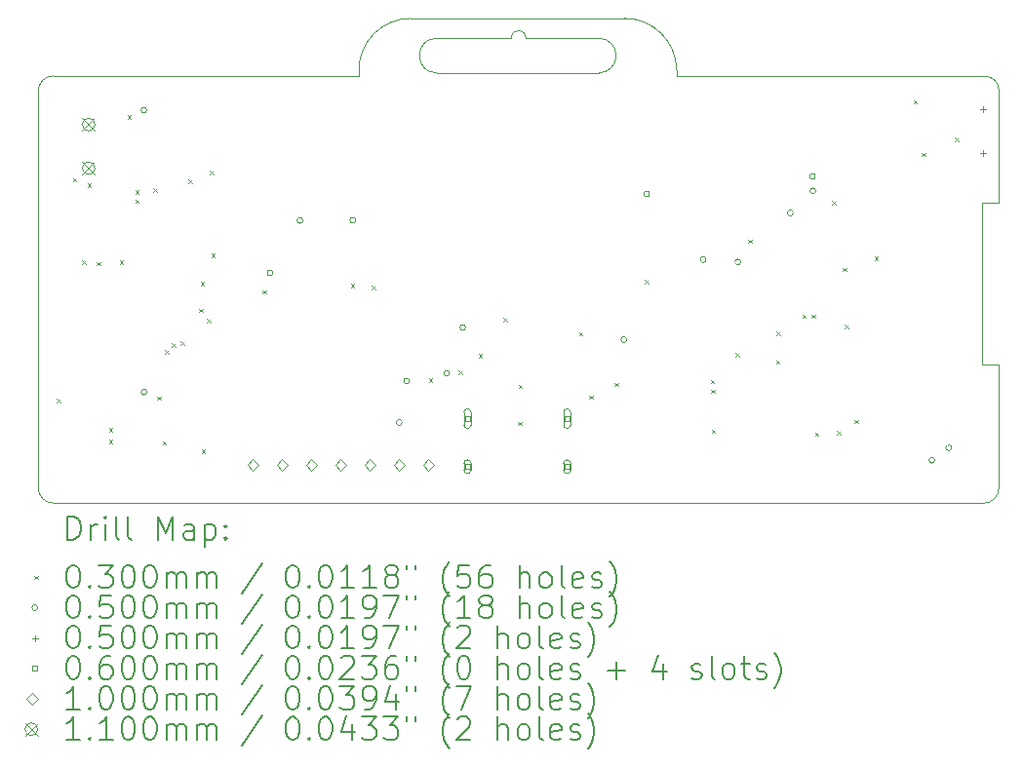
<source format=gbr>
%TF.GenerationSoftware,KiCad,Pcbnew,8.0.9-8.0.9-0~ubuntu22.04.1*%
%TF.CreationDate,2025-08-10T04:03:38+02:00*%
%TF.ProjectId,H-C3-ulp29,482d4333-2d75-46c7-9032-392e6b696361,rev?*%
%TF.SameCoordinates,Original*%
%TF.FileFunction,Drillmap*%
%TF.FilePolarity,Positive*%
%FSLAX45Y45*%
G04 Gerber Fmt 4.5, Leading zero omitted, Abs format (unit mm)*
G04 Created by KiCad (PCBNEW 8.0.9-8.0.9-0~ubuntu22.04.1) date 2025-08-10 04:03:38*
%MOMM*%
%LPD*%
G01*
G04 APERTURE LIST*
%ADD10C,0.100000*%
%ADD11C,0.050000*%
%ADD12C,0.200000*%
%ADD13C,0.110000*%
G04 APERTURE END LIST*
D10*
X16830181Y-4451214D02*
G75*
G02*
X16950000Y-4572700I-1881J-121686D01*
G01*
D11*
X12070699Y-4423641D02*
G75*
G02*
X12070999Y-4121539I151J151051D01*
G01*
D10*
X8610422Y-4579000D02*
G75*
G02*
X8740000Y-4449722I129278J0D01*
G01*
D11*
X13477199Y-4121241D02*
G75*
G02*
X13476899Y-4423639I-149J-151199D01*
G01*
D10*
X16950000Y-4572700D02*
X16950000Y-5550000D01*
X16830181Y-4451214D02*
X14152601Y-4450000D01*
X13702199Y-3949697D02*
G75*
G02*
X14152502Y-4399800I1J-450303D01*
G01*
X11844099Y-3949697D02*
X13702199Y-3949697D01*
X16800000Y-6960000D02*
X16950000Y-6960000D01*
X16950000Y-6960000D02*
X16950000Y-8030000D01*
X16950000Y-8030423D02*
G75*
G02*
X16819823Y-8160001I-130180J603D01*
G01*
X16800000Y-5550000D02*
X16800000Y-6960000D01*
X14152500Y-4399800D02*
X14152601Y-4450000D01*
X8739999Y-8160000D02*
G75*
G02*
X8610419Y-8029823I601J130180D01*
G01*
D11*
X12070699Y-4423641D02*
X13476899Y-4423641D01*
D10*
X16800000Y-5550000D02*
X16950000Y-5550000D01*
X8739999Y-8160000D02*
X16819823Y-8160000D01*
D11*
X12070999Y-4121541D02*
X12713197Y-4121222D01*
D10*
X11394171Y-4450000D02*
X11394070Y-4399800D01*
D11*
X12846601Y-4120959D02*
X13477199Y-4121241D01*
D10*
X8610422Y-4579000D02*
X8610422Y-8030000D01*
X11394070Y-4399800D02*
G75*
G02*
X11844099Y-3949500I450030J270D01*
G01*
D11*
X12713198Y-4121222D02*
G75*
G02*
X12846606Y-4120959I66702J1002D01*
G01*
D10*
X11394171Y-4450000D02*
X8740000Y-4449722D01*
D12*
D10*
X8770000Y-7255000D02*
X8800000Y-7285000D01*
X8800000Y-7255000D02*
X8770000Y-7285000D01*
X8912800Y-5336000D02*
X8942800Y-5366000D01*
X8942800Y-5336000D02*
X8912800Y-5366000D01*
X8991000Y-6052300D02*
X9021000Y-6082300D01*
X9021000Y-6052300D02*
X8991000Y-6082300D01*
X9037800Y-5382700D02*
X9067800Y-5412700D01*
X9067800Y-5382700D02*
X9037800Y-5412700D01*
X9120303Y-6064297D02*
X9150303Y-6094297D01*
X9150303Y-6064297D02*
X9120303Y-6094297D01*
X9225000Y-7510000D02*
X9255000Y-7540000D01*
X9255000Y-7510000D02*
X9225000Y-7540000D01*
X9225000Y-7610000D02*
X9255000Y-7640000D01*
X9255000Y-7610000D02*
X9225000Y-7640000D01*
X9317500Y-6050500D02*
X9347500Y-6080500D01*
X9347500Y-6050500D02*
X9317500Y-6080500D01*
X9386600Y-4789800D02*
X9416600Y-4819800D01*
X9416600Y-4789800D02*
X9386600Y-4819800D01*
X9452500Y-5444571D02*
X9482500Y-5474571D01*
X9482500Y-5444571D02*
X9452500Y-5474571D01*
X9452500Y-5522500D02*
X9482500Y-5552500D01*
X9482500Y-5522500D02*
X9452500Y-5552500D01*
X9610000Y-5425000D02*
X9640000Y-5455000D01*
X9640000Y-5425000D02*
X9610000Y-5455000D01*
X9643900Y-7232300D02*
X9673900Y-7262300D01*
X9673900Y-7232300D02*
X9643900Y-7262300D01*
X9688003Y-7621997D02*
X9718003Y-7651997D01*
X9718003Y-7621997D02*
X9688003Y-7651997D01*
X9712823Y-6832895D02*
X9742823Y-6862895D01*
X9742823Y-6832895D02*
X9712823Y-6862895D01*
X9770000Y-6770000D02*
X9800000Y-6800000D01*
X9800000Y-6770000D02*
X9770000Y-6800000D01*
X9845000Y-6755000D02*
X9875000Y-6785000D01*
X9875000Y-6755000D02*
X9845000Y-6785000D01*
X9913200Y-5348100D02*
X9943200Y-5378100D01*
X9943200Y-5348100D02*
X9913200Y-5378100D01*
X10007600Y-6473277D02*
X10037600Y-6503277D01*
X10037600Y-6473277D02*
X10007600Y-6503277D01*
X10021500Y-6238200D02*
X10051500Y-6268200D01*
X10051500Y-6238200D02*
X10021500Y-6268200D01*
X10028600Y-7695200D02*
X10058600Y-7725200D01*
X10058600Y-7695200D02*
X10028600Y-7725200D01*
X10075100Y-6558300D02*
X10105100Y-6588300D01*
X10105100Y-6558300D02*
X10075100Y-6588300D01*
X10098500Y-5275400D02*
X10128500Y-5305400D01*
X10128500Y-5275400D02*
X10098500Y-5305400D01*
X10113200Y-5994400D02*
X10143200Y-6024400D01*
X10143200Y-5994400D02*
X10113200Y-6024400D01*
X10555600Y-6309700D02*
X10585600Y-6339700D01*
X10585600Y-6309700D02*
X10555600Y-6339700D01*
X11325000Y-6253900D02*
X11355000Y-6283900D01*
X11355000Y-6253900D02*
X11325000Y-6283900D01*
X11504500Y-6270500D02*
X11534500Y-6300500D01*
X11534500Y-6270500D02*
X11504500Y-6300500D01*
X12003100Y-7078400D02*
X12033100Y-7108400D01*
X12033100Y-7078400D02*
X12003100Y-7108400D01*
X12261200Y-7010000D02*
X12291200Y-7040000D01*
X12291200Y-7010000D02*
X12261200Y-7040000D01*
X12433700Y-6867400D02*
X12463700Y-6897400D01*
X12463700Y-6867400D02*
X12433700Y-6897400D01*
X12651200Y-6553000D02*
X12681200Y-6583000D01*
X12681200Y-6553000D02*
X12651200Y-6583000D01*
X12776968Y-7453331D02*
X12806968Y-7483331D01*
X12806968Y-7453331D02*
X12776968Y-7483331D01*
X12779900Y-7133500D02*
X12809900Y-7163500D01*
X12809900Y-7133500D02*
X12779900Y-7163500D01*
X13303200Y-6674300D02*
X13333200Y-6704300D01*
X13333200Y-6674300D02*
X13303200Y-6704300D01*
X13393800Y-7226600D02*
X13423800Y-7256600D01*
X13423800Y-7226600D02*
X13393800Y-7256600D01*
X13616300Y-7115900D02*
X13646300Y-7145900D01*
X13646300Y-7115900D02*
X13616300Y-7145900D01*
X13877300Y-6221300D02*
X13907300Y-6251300D01*
X13907300Y-6221300D02*
X13877300Y-6251300D01*
X14446500Y-7091500D02*
X14476500Y-7121500D01*
X14476500Y-7091500D02*
X14446500Y-7121500D01*
X14454000Y-7176000D02*
X14484000Y-7206000D01*
X14484000Y-7176000D02*
X14454000Y-7206000D01*
X14458500Y-7519800D02*
X14488500Y-7549800D01*
X14488500Y-7519800D02*
X14458500Y-7549800D01*
X14665000Y-6855000D02*
X14695000Y-6885000D01*
X14695000Y-6855000D02*
X14665000Y-6885000D01*
X14775000Y-5870000D02*
X14805000Y-5900000D01*
X14805000Y-5870000D02*
X14775000Y-5900000D01*
X15015000Y-6920000D02*
X15045000Y-6950000D01*
X15045000Y-6920000D02*
X15015000Y-6950000D01*
X15020000Y-6672500D02*
X15050000Y-6702500D01*
X15050000Y-6672500D02*
X15020000Y-6702500D01*
X15245000Y-6522500D02*
X15275000Y-6552500D01*
X15275000Y-6522500D02*
X15245000Y-6552500D01*
X15322500Y-6522500D02*
X15352500Y-6552500D01*
X15352500Y-6522500D02*
X15322500Y-6552500D01*
X15353000Y-7545000D02*
X15383000Y-7575000D01*
X15383000Y-7545000D02*
X15353000Y-7575000D01*
X15500000Y-5535200D02*
X15530000Y-5565200D01*
X15530000Y-5535200D02*
X15500000Y-5565200D01*
X15545000Y-7535000D02*
X15575000Y-7565000D01*
X15575000Y-7535000D02*
X15545000Y-7565000D01*
X15595000Y-6115000D02*
X15625000Y-6145000D01*
X15625000Y-6115000D02*
X15595000Y-6145000D01*
X15610000Y-6610000D02*
X15640000Y-6640000D01*
X15640000Y-6610000D02*
X15610000Y-6640000D01*
X15697500Y-7435000D02*
X15727500Y-7465000D01*
X15727500Y-7435000D02*
X15697500Y-7465000D01*
X15870000Y-6020000D02*
X15900000Y-6050000D01*
X15900000Y-6020000D02*
X15870000Y-6050000D01*
X16211000Y-4660600D02*
X16241000Y-4690600D01*
X16241000Y-4660600D02*
X16211000Y-4690600D01*
X16282500Y-5117500D02*
X16312500Y-5147500D01*
X16312500Y-5117500D02*
X16282500Y-5147500D01*
X16568200Y-4985000D02*
X16598200Y-5015000D01*
X16598200Y-4985000D02*
X16568200Y-5015000D01*
X9552300Y-4747000D02*
G75*
G02*
X9502300Y-4747000I-25000J0D01*
G01*
X9502300Y-4747000D02*
G75*
G02*
X9552300Y-4747000I25000J0D01*
G01*
X9553300Y-7195800D02*
G75*
G02*
X9503300Y-7195800I-25000J0D01*
G01*
X9503300Y-7195800D02*
G75*
G02*
X9553300Y-7195800I25000J0D01*
G01*
X10646800Y-6161000D02*
G75*
G02*
X10596800Y-6161000I-25000J0D01*
G01*
X10596800Y-6161000D02*
G75*
G02*
X10646800Y-6161000I25000J0D01*
G01*
X10907700Y-5705500D02*
G75*
G02*
X10857700Y-5705500I-25000J0D01*
G01*
X10857700Y-5705500D02*
G75*
G02*
X10907700Y-5705500I25000J0D01*
G01*
X11366100Y-5702500D02*
G75*
G02*
X11316100Y-5702500I-25000J0D01*
G01*
X11316100Y-5702500D02*
G75*
G02*
X11366100Y-5702500I25000J0D01*
G01*
X11770000Y-7460000D02*
G75*
G02*
X11720000Y-7460000I-25000J0D01*
G01*
X11720000Y-7460000D02*
G75*
G02*
X11770000Y-7460000I25000J0D01*
G01*
X11833000Y-7099800D02*
G75*
G02*
X11783000Y-7099800I-25000J0D01*
G01*
X11783000Y-7099800D02*
G75*
G02*
X11833000Y-7099800I25000J0D01*
G01*
X12181300Y-7032300D02*
G75*
G02*
X12131300Y-7032300I-25000J0D01*
G01*
X12131300Y-7032300D02*
G75*
G02*
X12181300Y-7032300I25000J0D01*
G01*
X12321600Y-6634200D02*
G75*
G02*
X12271600Y-6634200I-25000J0D01*
G01*
X12271600Y-6634200D02*
G75*
G02*
X12321600Y-6634200I25000J0D01*
G01*
X13718196Y-6740304D02*
G75*
G02*
X13668196Y-6740304I-25000J0D01*
G01*
X13668196Y-6740304D02*
G75*
G02*
X13718196Y-6740304I25000J0D01*
G01*
X13918000Y-5475500D02*
G75*
G02*
X13868000Y-5475500I-25000J0D01*
G01*
X13868000Y-5475500D02*
G75*
G02*
X13918000Y-5475500I25000J0D01*
G01*
X14408100Y-6044800D02*
G75*
G02*
X14358100Y-6044800I-25000J0D01*
G01*
X14358100Y-6044800D02*
G75*
G02*
X14408100Y-6044800I25000J0D01*
G01*
X14709500Y-6065500D02*
G75*
G02*
X14659500Y-6065500I-25000J0D01*
G01*
X14659500Y-6065500D02*
G75*
G02*
X14709500Y-6065500I25000J0D01*
G01*
X15165140Y-5639860D02*
G75*
G02*
X15115140Y-5639860I-25000J0D01*
G01*
X15115140Y-5639860D02*
G75*
G02*
X15165140Y-5639860I25000J0D01*
G01*
X15357200Y-5323100D02*
G75*
G02*
X15307200Y-5323100I-25000J0D01*
G01*
X15307200Y-5323100D02*
G75*
G02*
X15357200Y-5323100I25000J0D01*
G01*
X15360100Y-5447200D02*
G75*
G02*
X15310100Y-5447200I-25000J0D01*
G01*
X15310100Y-5447200D02*
G75*
G02*
X15360100Y-5447200I25000J0D01*
G01*
X16393400Y-7788800D02*
G75*
G02*
X16343400Y-7788800I-25000J0D01*
G01*
X16343400Y-7788800D02*
G75*
G02*
X16393400Y-7788800I25000J0D01*
G01*
X16540400Y-7679900D02*
G75*
G02*
X16490400Y-7679900I-25000J0D01*
G01*
X16490400Y-7679900D02*
G75*
G02*
X16540400Y-7679900I25000J0D01*
G01*
X16811500Y-4714699D02*
X16811500Y-4764701D01*
X16786499Y-4739700D02*
X16836501Y-4739700D01*
X16811500Y-5094699D02*
X16811500Y-5144701D01*
X16786499Y-5119700D02*
X16836501Y-5119700D01*
X12357713Y-7447613D02*
X12357713Y-7405187D01*
X12315287Y-7405187D01*
X12315287Y-7447613D01*
X12357713Y-7447613D01*
X12306500Y-7371400D02*
X12306500Y-7481400D01*
X12366500Y-7481400D02*
G75*
G02*
X12306500Y-7481400I-30000J0D01*
G01*
X12366500Y-7481400D02*
X12366500Y-7371400D01*
X12366500Y-7371400D02*
G75*
G03*
X12306500Y-7371400I-30000J0D01*
G01*
X12357713Y-7865613D02*
X12357713Y-7823187D01*
X12315287Y-7823187D01*
X12315287Y-7865613D01*
X12357713Y-7865613D01*
X12306500Y-7814400D02*
X12306500Y-7874400D01*
X12366500Y-7874400D02*
G75*
G02*
X12306500Y-7874400I-30000J0D01*
G01*
X12366500Y-7874400D02*
X12366500Y-7814400D01*
X12366500Y-7814400D02*
G75*
G03*
X12306500Y-7814400I-30000J0D01*
G01*
X13221713Y-7447613D02*
X13221713Y-7405187D01*
X13179287Y-7405187D01*
X13179287Y-7447613D01*
X13221713Y-7447613D01*
X13170500Y-7371400D02*
X13170500Y-7481400D01*
X13230500Y-7481400D02*
G75*
G02*
X13170500Y-7481400I-30000J0D01*
G01*
X13230500Y-7481400D02*
X13230500Y-7371400D01*
X13230500Y-7371400D02*
G75*
G03*
X13170500Y-7371400I-30000J0D01*
G01*
X13221713Y-7865613D02*
X13221713Y-7823187D01*
X13179287Y-7823187D01*
X13179287Y-7865613D01*
X13221713Y-7865613D01*
X13170500Y-7814400D02*
X13170500Y-7874400D01*
X13230500Y-7874400D02*
G75*
G02*
X13170500Y-7874400I-30000J0D01*
G01*
X13230500Y-7874400D02*
X13230500Y-7814400D01*
X13230500Y-7814400D02*
G75*
G03*
X13170500Y-7814400I-30000J0D01*
G01*
X10475000Y-7880000D02*
X10525000Y-7830000D01*
X10475000Y-7780000D01*
X10425000Y-7830000D01*
X10475000Y-7880000D01*
X10729000Y-7880000D02*
X10779000Y-7830000D01*
X10729000Y-7780000D01*
X10679000Y-7830000D01*
X10729000Y-7880000D01*
X10983000Y-7880000D02*
X11033000Y-7830000D01*
X10983000Y-7780000D01*
X10933000Y-7830000D01*
X10983000Y-7880000D01*
X11237000Y-7880000D02*
X11287000Y-7830000D01*
X11237000Y-7780000D01*
X11187000Y-7830000D01*
X11237000Y-7880000D01*
X11491000Y-7880000D02*
X11541000Y-7830000D01*
X11491000Y-7780000D01*
X11441000Y-7830000D01*
X11491000Y-7880000D01*
X11745000Y-7880000D02*
X11795000Y-7830000D01*
X11745000Y-7780000D01*
X11695000Y-7830000D01*
X11745000Y-7880000D01*
X11999000Y-7880000D02*
X12049000Y-7830000D01*
X11999000Y-7780000D01*
X11949000Y-7830000D01*
X11999000Y-7880000D01*
D13*
X8992800Y-4816500D02*
X9102800Y-4926500D01*
X9102800Y-4816500D02*
X8992800Y-4926500D01*
X9102800Y-4871500D02*
G75*
G02*
X8992800Y-4871500I-55000J0D01*
G01*
X8992800Y-4871500D02*
G75*
G02*
X9102800Y-4871500I55000J0D01*
G01*
X8992800Y-5196500D02*
X9102800Y-5306500D01*
X9102800Y-5196500D02*
X8992800Y-5306500D01*
X9102800Y-5251500D02*
G75*
G02*
X8992800Y-5251500I-55000J0D01*
G01*
X8992800Y-5251500D02*
G75*
G02*
X9102800Y-5251500I55000J0D01*
G01*
D12*
X8866199Y-8476484D02*
X8866199Y-8276484D01*
X8866199Y-8276484D02*
X8913818Y-8276484D01*
X8913818Y-8276484D02*
X8942389Y-8286008D01*
X8942389Y-8286008D02*
X8961437Y-8305055D01*
X8961437Y-8305055D02*
X8970961Y-8324103D01*
X8970961Y-8324103D02*
X8980484Y-8362198D01*
X8980484Y-8362198D02*
X8980484Y-8390770D01*
X8980484Y-8390770D02*
X8970961Y-8428865D01*
X8970961Y-8428865D02*
X8961437Y-8447912D01*
X8961437Y-8447912D02*
X8942389Y-8466960D01*
X8942389Y-8466960D02*
X8913818Y-8476484D01*
X8913818Y-8476484D02*
X8866199Y-8476484D01*
X9066199Y-8476484D02*
X9066199Y-8343150D01*
X9066199Y-8381246D02*
X9075722Y-8362198D01*
X9075722Y-8362198D02*
X9085246Y-8352674D01*
X9085246Y-8352674D02*
X9104294Y-8343150D01*
X9104294Y-8343150D02*
X9123342Y-8343150D01*
X9190008Y-8476484D02*
X9190008Y-8343150D01*
X9190008Y-8276484D02*
X9180484Y-8286008D01*
X9180484Y-8286008D02*
X9190008Y-8295531D01*
X9190008Y-8295531D02*
X9199532Y-8286008D01*
X9199532Y-8286008D02*
X9190008Y-8276484D01*
X9190008Y-8276484D02*
X9190008Y-8295531D01*
X9313818Y-8476484D02*
X9294770Y-8466960D01*
X9294770Y-8466960D02*
X9285246Y-8447912D01*
X9285246Y-8447912D02*
X9285246Y-8276484D01*
X9418580Y-8476484D02*
X9399532Y-8466960D01*
X9399532Y-8466960D02*
X9390008Y-8447912D01*
X9390008Y-8447912D02*
X9390008Y-8276484D01*
X9647151Y-8476484D02*
X9647151Y-8276484D01*
X9647151Y-8276484D02*
X9713818Y-8419341D01*
X9713818Y-8419341D02*
X9780484Y-8276484D01*
X9780484Y-8276484D02*
X9780484Y-8476484D01*
X9961437Y-8476484D02*
X9961437Y-8371722D01*
X9961437Y-8371722D02*
X9951913Y-8352674D01*
X9951913Y-8352674D02*
X9932865Y-8343150D01*
X9932865Y-8343150D02*
X9894770Y-8343150D01*
X9894770Y-8343150D02*
X9875722Y-8352674D01*
X9961437Y-8466960D02*
X9942389Y-8476484D01*
X9942389Y-8476484D02*
X9894770Y-8476484D01*
X9894770Y-8476484D02*
X9875722Y-8466960D01*
X9875722Y-8466960D02*
X9866199Y-8447912D01*
X9866199Y-8447912D02*
X9866199Y-8428865D01*
X9866199Y-8428865D02*
X9875722Y-8409817D01*
X9875722Y-8409817D02*
X9894770Y-8400293D01*
X9894770Y-8400293D02*
X9942389Y-8400293D01*
X9942389Y-8400293D02*
X9961437Y-8390770D01*
X10056675Y-8343150D02*
X10056675Y-8543150D01*
X10056675Y-8352674D02*
X10075722Y-8343150D01*
X10075722Y-8343150D02*
X10113818Y-8343150D01*
X10113818Y-8343150D02*
X10132865Y-8352674D01*
X10132865Y-8352674D02*
X10142389Y-8362198D01*
X10142389Y-8362198D02*
X10151913Y-8381246D01*
X10151913Y-8381246D02*
X10151913Y-8438389D01*
X10151913Y-8438389D02*
X10142389Y-8457436D01*
X10142389Y-8457436D02*
X10132865Y-8466960D01*
X10132865Y-8466960D02*
X10113818Y-8476484D01*
X10113818Y-8476484D02*
X10075722Y-8476484D01*
X10075722Y-8476484D02*
X10056675Y-8466960D01*
X10237627Y-8457436D02*
X10247151Y-8466960D01*
X10247151Y-8466960D02*
X10237627Y-8476484D01*
X10237627Y-8476484D02*
X10228103Y-8466960D01*
X10228103Y-8466960D02*
X10237627Y-8457436D01*
X10237627Y-8457436D02*
X10237627Y-8476484D01*
X10237627Y-8352674D02*
X10247151Y-8362198D01*
X10247151Y-8362198D02*
X10237627Y-8371722D01*
X10237627Y-8371722D02*
X10228103Y-8362198D01*
X10228103Y-8362198D02*
X10237627Y-8352674D01*
X10237627Y-8352674D02*
X10237627Y-8371722D01*
D10*
X8575422Y-8790000D02*
X8605422Y-8820000D01*
X8605422Y-8790000D02*
X8575422Y-8820000D01*
D12*
X8904294Y-8696484D02*
X8923342Y-8696484D01*
X8923342Y-8696484D02*
X8942389Y-8706008D01*
X8942389Y-8706008D02*
X8951913Y-8715531D01*
X8951913Y-8715531D02*
X8961437Y-8734579D01*
X8961437Y-8734579D02*
X8970961Y-8772674D01*
X8970961Y-8772674D02*
X8970961Y-8820293D01*
X8970961Y-8820293D02*
X8961437Y-8858389D01*
X8961437Y-8858389D02*
X8951913Y-8877436D01*
X8951913Y-8877436D02*
X8942389Y-8886960D01*
X8942389Y-8886960D02*
X8923342Y-8896484D01*
X8923342Y-8896484D02*
X8904294Y-8896484D01*
X8904294Y-8896484D02*
X8885246Y-8886960D01*
X8885246Y-8886960D02*
X8875722Y-8877436D01*
X8875722Y-8877436D02*
X8866199Y-8858389D01*
X8866199Y-8858389D02*
X8856675Y-8820293D01*
X8856675Y-8820293D02*
X8856675Y-8772674D01*
X8856675Y-8772674D02*
X8866199Y-8734579D01*
X8866199Y-8734579D02*
X8875722Y-8715531D01*
X8875722Y-8715531D02*
X8885246Y-8706008D01*
X8885246Y-8706008D02*
X8904294Y-8696484D01*
X9056675Y-8877436D02*
X9066199Y-8886960D01*
X9066199Y-8886960D02*
X9056675Y-8896484D01*
X9056675Y-8896484D02*
X9047151Y-8886960D01*
X9047151Y-8886960D02*
X9056675Y-8877436D01*
X9056675Y-8877436D02*
X9056675Y-8896484D01*
X9132865Y-8696484D02*
X9256675Y-8696484D01*
X9256675Y-8696484D02*
X9190008Y-8772674D01*
X9190008Y-8772674D02*
X9218580Y-8772674D01*
X9218580Y-8772674D02*
X9237627Y-8782198D01*
X9237627Y-8782198D02*
X9247151Y-8791722D01*
X9247151Y-8791722D02*
X9256675Y-8810770D01*
X9256675Y-8810770D02*
X9256675Y-8858389D01*
X9256675Y-8858389D02*
X9247151Y-8877436D01*
X9247151Y-8877436D02*
X9237627Y-8886960D01*
X9237627Y-8886960D02*
X9218580Y-8896484D01*
X9218580Y-8896484D02*
X9161437Y-8896484D01*
X9161437Y-8896484D02*
X9142389Y-8886960D01*
X9142389Y-8886960D02*
X9132865Y-8877436D01*
X9380484Y-8696484D02*
X9399532Y-8696484D01*
X9399532Y-8696484D02*
X9418580Y-8706008D01*
X9418580Y-8706008D02*
X9428103Y-8715531D01*
X9428103Y-8715531D02*
X9437627Y-8734579D01*
X9437627Y-8734579D02*
X9447151Y-8772674D01*
X9447151Y-8772674D02*
X9447151Y-8820293D01*
X9447151Y-8820293D02*
X9437627Y-8858389D01*
X9437627Y-8858389D02*
X9428103Y-8877436D01*
X9428103Y-8877436D02*
X9418580Y-8886960D01*
X9418580Y-8886960D02*
X9399532Y-8896484D01*
X9399532Y-8896484D02*
X9380484Y-8896484D01*
X9380484Y-8896484D02*
X9361437Y-8886960D01*
X9361437Y-8886960D02*
X9351913Y-8877436D01*
X9351913Y-8877436D02*
X9342389Y-8858389D01*
X9342389Y-8858389D02*
X9332865Y-8820293D01*
X9332865Y-8820293D02*
X9332865Y-8772674D01*
X9332865Y-8772674D02*
X9342389Y-8734579D01*
X9342389Y-8734579D02*
X9351913Y-8715531D01*
X9351913Y-8715531D02*
X9361437Y-8706008D01*
X9361437Y-8706008D02*
X9380484Y-8696484D01*
X9570961Y-8696484D02*
X9590008Y-8696484D01*
X9590008Y-8696484D02*
X9609056Y-8706008D01*
X9609056Y-8706008D02*
X9618580Y-8715531D01*
X9618580Y-8715531D02*
X9628103Y-8734579D01*
X9628103Y-8734579D02*
X9637627Y-8772674D01*
X9637627Y-8772674D02*
X9637627Y-8820293D01*
X9637627Y-8820293D02*
X9628103Y-8858389D01*
X9628103Y-8858389D02*
X9618580Y-8877436D01*
X9618580Y-8877436D02*
X9609056Y-8886960D01*
X9609056Y-8886960D02*
X9590008Y-8896484D01*
X9590008Y-8896484D02*
X9570961Y-8896484D01*
X9570961Y-8896484D02*
X9551913Y-8886960D01*
X9551913Y-8886960D02*
X9542389Y-8877436D01*
X9542389Y-8877436D02*
X9532865Y-8858389D01*
X9532865Y-8858389D02*
X9523342Y-8820293D01*
X9523342Y-8820293D02*
X9523342Y-8772674D01*
X9523342Y-8772674D02*
X9532865Y-8734579D01*
X9532865Y-8734579D02*
X9542389Y-8715531D01*
X9542389Y-8715531D02*
X9551913Y-8706008D01*
X9551913Y-8706008D02*
X9570961Y-8696484D01*
X9723342Y-8896484D02*
X9723342Y-8763150D01*
X9723342Y-8782198D02*
X9732865Y-8772674D01*
X9732865Y-8772674D02*
X9751913Y-8763150D01*
X9751913Y-8763150D02*
X9780484Y-8763150D01*
X9780484Y-8763150D02*
X9799532Y-8772674D01*
X9799532Y-8772674D02*
X9809056Y-8791722D01*
X9809056Y-8791722D02*
X9809056Y-8896484D01*
X9809056Y-8791722D02*
X9818580Y-8772674D01*
X9818580Y-8772674D02*
X9837627Y-8763150D01*
X9837627Y-8763150D02*
X9866199Y-8763150D01*
X9866199Y-8763150D02*
X9885246Y-8772674D01*
X9885246Y-8772674D02*
X9894770Y-8791722D01*
X9894770Y-8791722D02*
X9894770Y-8896484D01*
X9990008Y-8896484D02*
X9990008Y-8763150D01*
X9990008Y-8782198D02*
X9999532Y-8772674D01*
X9999532Y-8772674D02*
X10018580Y-8763150D01*
X10018580Y-8763150D02*
X10047151Y-8763150D01*
X10047151Y-8763150D02*
X10066199Y-8772674D01*
X10066199Y-8772674D02*
X10075723Y-8791722D01*
X10075723Y-8791722D02*
X10075723Y-8896484D01*
X10075723Y-8791722D02*
X10085246Y-8772674D01*
X10085246Y-8772674D02*
X10104294Y-8763150D01*
X10104294Y-8763150D02*
X10132865Y-8763150D01*
X10132865Y-8763150D02*
X10151913Y-8772674D01*
X10151913Y-8772674D02*
X10161437Y-8791722D01*
X10161437Y-8791722D02*
X10161437Y-8896484D01*
X10551913Y-8686960D02*
X10380485Y-8944103D01*
X10809056Y-8696484D02*
X10828104Y-8696484D01*
X10828104Y-8696484D02*
X10847151Y-8706008D01*
X10847151Y-8706008D02*
X10856675Y-8715531D01*
X10856675Y-8715531D02*
X10866199Y-8734579D01*
X10866199Y-8734579D02*
X10875723Y-8772674D01*
X10875723Y-8772674D02*
X10875723Y-8820293D01*
X10875723Y-8820293D02*
X10866199Y-8858389D01*
X10866199Y-8858389D02*
X10856675Y-8877436D01*
X10856675Y-8877436D02*
X10847151Y-8886960D01*
X10847151Y-8886960D02*
X10828104Y-8896484D01*
X10828104Y-8896484D02*
X10809056Y-8896484D01*
X10809056Y-8896484D02*
X10790008Y-8886960D01*
X10790008Y-8886960D02*
X10780485Y-8877436D01*
X10780485Y-8877436D02*
X10770961Y-8858389D01*
X10770961Y-8858389D02*
X10761437Y-8820293D01*
X10761437Y-8820293D02*
X10761437Y-8772674D01*
X10761437Y-8772674D02*
X10770961Y-8734579D01*
X10770961Y-8734579D02*
X10780485Y-8715531D01*
X10780485Y-8715531D02*
X10790008Y-8706008D01*
X10790008Y-8706008D02*
X10809056Y-8696484D01*
X10961437Y-8877436D02*
X10970961Y-8886960D01*
X10970961Y-8886960D02*
X10961437Y-8896484D01*
X10961437Y-8896484D02*
X10951913Y-8886960D01*
X10951913Y-8886960D02*
X10961437Y-8877436D01*
X10961437Y-8877436D02*
X10961437Y-8896484D01*
X11094770Y-8696484D02*
X11113818Y-8696484D01*
X11113818Y-8696484D02*
X11132866Y-8706008D01*
X11132866Y-8706008D02*
X11142389Y-8715531D01*
X11142389Y-8715531D02*
X11151913Y-8734579D01*
X11151913Y-8734579D02*
X11161437Y-8772674D01*
X11161437Y-8772674D02*
X11161437Y-8820293D01*
X11161437Y-8820293D02*
X11151913Y-8858389D01*
X11151913Y-8858389D02*
X11142389Y-8877436D01*
X11142389Y-8877436D02*
X11132866Y-8886960D01*
X11132866Y-8886960D02*
X11113818Y-8896484D01*
X11113818Y-8896484D02*
X11094770Y-8896484D01*
X11094770Y-8896484D02*
X11075723Y-8886960D01*
X11075723Y-8886960D02*
X11066199Y-8877436D01*
X11066199Y-8877436D02*
X11056675Y-8858389D01*
X11056675Y-8858389D02*
X11047151Y-8820293D01*
X11047151Y-8820293D02*
X11047151Y-8772674D01*
X11047151Y-8772674D02*
X11056675Y-8734579D01*
X11056675Y-8734579D02*
X11066199Y-8715531D01*
X11066199Y-8715531D02*
X11075723Y-8706008D01*
X11075723Y-8706008D02*
X11094770Y-8696484D01*
X11351913Y-8896484D02*
X11237627Y-8896484D01*
X11294770Y-8896484D02*
X11294770Y-8696484D01*
X11294770Y-8696484D02*
X11275723Y-8725055D01*
X11275723Y-8725055D02*
X11256675Y-8744103D01*
X11256675Y-8744103D02*
X11237627Y-8753627D01*
X11542389Y-8896484D02*
X11428104Y-8896484D01*
X11485246Y-8896484D02*
X11485246Y-8696484D01*
X11485246Y-8696484D02*
X11466199Y-8725055D01*
X11466199Y-8725055D02*
X11447151Y-8744103D01*
X11447151Y-8744103D02*
X11428104Y-8753627D01*
X11656675Y-8782198D02*
X11637627Y-8772674D01*
X11637627Y-8772674D02*
X11628104Y-8763150D01*
X11628104Y-8763150D02*
X11618580Y-8744103D01*
X11618580Y-8744103D02*
X11618580Y-8734579D01*
X11618580Y-8734579D02*
X11628104Y-8715531D01*
X11628104Y-8715531D02*
X11637627Y-8706008D01*
X11637627Y-8706008D02*
X11656675Y-8696484D01*
X11656675Y-8696484D02*
X11694770Y-8696484D01*
X11694770Y-8696484D02*
X11713818Y-8706008D01*
X11713818Y-8706008D02*
X11723342Y-8715531D01*
X11723342Y-8715531D02*
X11732865Y-8734579D01*
X11732865Y-8734579D02*
X11732865Y-8744103D01*
X11732865Y-8744103D02*
X11723342Y-8763150D01*
X11723342Y-8763150D02*
X11713818Y-8772674D01*
X11713818Y-8772674D02*
X11694770Y-8782198D01*
X11694770Y-8782198D02*
X11656675Y-8782198D01*
X11656675Y-8782198D02*
X11637627Y-8791722D01*
X11637627Y-8791722D02*
X11628104Y-8801246D01*
X11628104Y-8801246D02*
X11618580Y-8820293D01*
X11618580Y-8820293D02*
X11618580Y-8858389D01*
X11618580Y-8858389D02*
X11628104Y-8877436D01*
X11628104Y-8877436D02*
X11637627Y-8886960D01*
X11637627Y-8886960D02*
X11656675Y-8896484D01*
X11656675Y-8896484D02*
X11694770Y-8896484D01*
X11694770Y-8896484D02*
X11713818Y-8886960D01*
X11713818Y-8886960D02*
X11723342Y-8877436D01*
X11723342Y-8877436D02*
X11732865Y-8858389D01*
X11732865Y-8858389D02*
X11732865Y-8820293D01*
X11732865Y-8820293D02*
X11723342Y-8801246D01*
X11723342Y-8801246D02*
X11713818Y-8791722D01*
X11713818Y-8791722D02*
X11694770Y-8782198D01*
X11809056Y-8696484D02*
X11809056Y-8734579D01*
X11885246Y-8696484D02*
X11885246Y-8734579D01*
X12180485Y-8972674D02*
X12170961Y-8963150D01*
X12170961Y-8963150D02*
X12151913Y-8934579D01*
X12151913Y-8934579D02*
X12142389Y-8915531D01*
X12142389Y-8915531D02*
X12132866Y-8886960D01*
X12132866Y-8886960D02*
X12123342Y-8839341D01*
X12123342Y-8839341D02*
X12123342Y-8801246D01*
X12123342Y-8801246D02*
X12132866Y-8753627D01*
X12132866Y-8753627D02*
X12142389Y-8725055D01*
X12142389Y-8725055D02*
X12151913Y-8706008D01*
X12151913Y-8706008D02*
X12170961Y-8677436D01*
X12170961Y-8677436D02*
X12180485Y-8667912D01*
X12351913Y-8696484D02*
X12256675Y-8696484D01*
X12256675Y-8696484D02*
X12247151Y-8791722D01*
X12247151Y-8791722D02*
X12256675Y-8782198D01*
X12256675Y-8782198D02*
X12275723Y-8772674D01*
X12275723Y-8772674D02*
X12323342Y-8772674D01*
X12323342Y-8772674D02*
X12342389Y-8782198D01*
X12342389Y-8782198D02*
X12351913Y-8791722D01*
X12351913Y-8791722D02*
X12361437Y-8810770D01*
X12361437Y-8810770D02*
X12361437Y-8858389D01*
X12361437Y-8858389D02*
X12351913Y-8877436D01*
X12351913Y-8877436D02*
X12342389Y-8886960D01*
X12342389Y-8886960D02*
X12323342Y-8896484D01*
X12323342Y-8896484D02*
X12275723Y-8896484D01*
X12275723Y-8896484D02*
X12256675Y-8886960D01*
X12256675Y-8886960D02*
X12247151Y-8877436D01*
X12532866Y-8696484D02*
X12494770Y-8696484D01*
X12494770Y-8696484D02*
X12475723Y-8706008D01*
X12475723Y-8706008D02*
X12466199Y-8715531D01*
X12466199Y-8715531D02*
X12447151Y-8744103D01*
X12447151Y-8744103D02*
X12437627Y-8782198D01*
X12437627Y-8782198D02*
X12437627Y-8858389D01*
X12437627Y-8858389D02*
X12447151Y-8877436D01*
X12447151Y-8877436D02*
X12456675Y-8886960D01*
X12456675Y-8886960D02*
X12475723Y-8896484D01*
X12475723Y-8896484D02*
X12513818Y-8896484D01*
X12513818Y-8896484D02*
X12532866Y-8886960D01*
X12532866Y-8886960D02*
X12542389Y-8877436D01*
X12542389Y-8877436D02*
X12551913Y-8858389D01*
X12551913Y-8858389D02*
X12551913Y-8810770D01*
X12551913Y-8810770D02*
X12542389Y-8791722D01*
X12542389Y-8791722D02*
X12532866Y-8782198D01*
X12532866Y-8782198D02*
X12513818Y-8772674D01*
X12513818Y-8772674D02*
X12475723Y-8772674D01*
X12475723Y-8772674D02*
X12456675Y-8782198D01*
X12456675Y-8782198D02*
X12447151Y-8791722D01*
X12447151Y-8791722D02*
X12437627Y-8810770D01*
X12790008Y-8896484D02*
X12790008Y-8696484D01*
X12875723Y-8896484D02*
X12875723Y-8791722D01*
X12875723Y-8791722D02*
X12866199Y-8772674D01*
X12866199Y-8772674D02*
X12847151Y-8763150D01*
X12847151Y-8763150D02*
X12818580Y-8763150D01*
X12818580Y-8763150D02*
X12799532Y-8772674D01*
X12799532Y-8772674D02*
X12790008Y-8782198D01*
X12999532Y-8896484D02*
X12980485Y-8886960D01*
X12980485Y-8886960D02*
X12970961Y-8877436D01*
X12970961Y-8877436D02*
X12961437Y-8858389D01*
X12961437Y-8858389D02*
X12961437Y-8801246D01*
X12961437Y-8801246D02*
X12970961Y-8782198D01*
X12970961Y-8782198D02*
X12980485Y-8772674D01*
X12980485Y-8772674D02*
X12999532Y-8763150D01*
X12999532Y-8763150D02*
X13028104Y-8763150D01*
X13028104Y-8763150D02*
X13047151Y-8772674D01*
X13047151Y-8772674D02*
X13056675Y-8782198D01*
X13056675Y-8782198D02*
X13066199Y-8801246D01*
X13066199Y-8801246D02*
X13066199Y-8858389D01*
X13066199Y-8858389D02*
X13056675Y-8877436D01*
X13056675Y-8877436D02*
X13047151Y-8886960D01*
X13047151Y-8886960D02*
X13028104Y-8896484D01*
X13028104Y-8896484D02*
X12999532Y-8896484D01*
X13180485Y-8896484D02*
X13161437Y-8886960D01*
X13161437Y-8886960D02*
X13151913Y-8867912D01*
X13151913Y-8867912D02*
X13151913Y-8696484D01*
X13332866Y-8886960D02*
X13313818Y-8896484D01*
X13313818Y-8896484D02*
X13275723Y-8896484D01*
X13275723Y-8896484D02*
X13256675Y-8886960D01*
X13256675Y-8886960D02*
X13247151Y-8867912D01*
X13247151Y-8867912D02*
X13247151Y-8791722D01*
X13247151Y-8791722D02*
X13256675Y-8772674D01*
X13256675Y-8772674D02*
X13275723Y-8763150D01*
X13275723Y-8763150D02*
X13313818Y-8763150D01*
X13313818Y-8763150D02*
X13332866Y-8772674D01*
X13332866Y-8772674D02*
X13342389Y-8791722D01*
X13342389Y-8791722D02*
X13342389Y-8810770D01*
X13342389Y-8810770D02*
X13247151Y-8829817D01*
X13418580Y-8886960D02*
X13437628Y-8896484D01*
X13437628Y-8896484D02*
X13475723Y-8896484D01*
X13475723Y-8896484D02*
X13494770Y-8886960D01*
X13494770Y-8886960D02*
X13504294Y-8867912D01*
X13504294Y-8867912D02*
X13504294Y-8858389D01*
X13504294Y-8858389D02*
X13494770Y-8839341D01*
X13494770Y-8839341D02*
X13475723Y-8829817D01*
X13475723Y-8829817D02*
X13447151Y-8829817D01*
X13447151Y-8829817D02*
X13428104Y-8820293D01*
X13428104Y-8820293D02*
X13418580Y-8801246D01*
X13418580Y-8801246D02*
X13418580Y-8791722D01*
X13418580Y-8791722D02*
X13428104Y-8772674D01*
X13428104Y-8772674D02*
X13447151Y-8763150D01*
X13447151Y-8763150D02*
X13475723Y-8763150D01*
X13475723Y-8763150D02*
X13494770Y-8772674D01*
X13570961Y-8972674D02*
X13580485Y-8963150D01*
X13580485Y-8963150D02*
X13599532Y-8934579D01*
X13599532Y-8934579D02*
X13609056Y-8915531D01*
X13609056Y-8915531D02*
X13618580Y-8886960D01*
X13618580Y-8886960D02*
X13628104Y-8839341D01*
X13628104Y-8839341D02*
X13628104Y-8801246D01*
X13628104Y-8801246D02*
X13618580Y-8753627D01*
X13618580Y-8753627D02*
X13609056Y-8725055D01*
X13609056Y-8725055D02*
X13599532Y-8706008D01*
X13599532Y-8706008D02*
X13580485Y-8677436D01*
X13580485Y-8677436D02*
X13570961Y-8667912D01*
D10*
X8605422Y-9069000D02*
G75*
G02*
X8555422Y-9069000I-25000J0D01*
G01*
X8555422Y-9069000D02*
G75*
G02*
X8605422Y-9069000I25000J0D01*
G01*
D12*
X8904294Y-8960484D02*
X8923342Y-8960484D01*
X8923342Y-8960484D02*
X8942389Y-8970008D01*
X8942389Y-8970008D02*
X8951913Y-8979531D01*
X8951913Y-8979531D02*
X8961437Y-8998579D01*
X8961437Y-8998579D02*
X8970961Y-9036674D01*
X8970961Y-9036674D02*
X8970961Y-9084293D01*
X8970961Y-9084293D02*
X8961437Y-9122389D01*
X8961437Y-9122389D02*
X8951913Y-9141436D01*
X8951913Y-9141436D02*
X8942389Y-9150960D01*
X8942389Y-9150960D02*
X8923342Y-9160484D01*
X8923342Y-9160484D02*
X8904294Y-9160484D01*
X8904294Y-9160484D02*
X8885246Y-9150960D01*
X8885246Y-9150960D02*
X8875722Y-9141436D01*
X8875722Y-9141436D02*
X8866199Y-9122389D01*
X8866199Y-9122389D02*
X8856675Y-9084293D01*
X8856675Y-9084293D02*
X8856675Y-9036674D01*
X8856675Y-9036674D02*
X8866199Y-8998579D01*
X8866199Y-8998579D02*
X8875722Y-8979531D01*
X8875722Y-8979531D02*
X8885246Y-8970008D01*
X8885246Y-8970008D02*
X8904294Y-8960484D01*
X9056675Y-9141436D02*
X9066199Y-9150960D01*
X9066199Y-9150960D02*
X9056675Y-9160484D01*
X9056675Y-9160484D02*
X9047151Y-9150960D01*
X9047151Y-9150960D02*
X9056675Y-9141436D01*
X9056675Y-9141436D02*
X9056675Y-9160484D01*
X9247151Y-8960484D02*
X9151913Y-8960484D01*
X9151913Y-8960484D02*
X9142389Y-9055722D01*
X9142389Y-9055722D02*
X9151913Y-9046198D01*
X9151913Y-9046198D02*
X9170961Y-9036674D01*
X9170961Y-9036674D02*
X9218580Y-9036674D01*
X9218580Y-9036674D02*
X9237627Y-9046198D01*
X9237627Y-9046198D02*
X9247151Y-9055722D01*
X9247151Y-9055722D02*
X9256675Y-9074770D01*
X9256675Y-9074770D02*
X9256675Y-9122389D01*
X9256675Y-9122389D02*
X9247151Y-9141436D01*
X9247151Y-9141436D02*
X9237627Y-9150960D01*
X9237627Y-9150960D02*
X9218580Y-9160484D01*
X9218580Y-9160484D02*
X9170961Y-9160484D01*
X9170961Y-9160484D02*
X9151913Y-9150960D01*
X9151913Y-9150960D02*
X9142389Y-9141436D01*
X9380484Y-8960484D02*
X9399532Y-8960484D01*
X9399532Y-8960484D02*
X9418580Y-8970008D01*
X9418580Y-8970008D02*
X9428103Y-8979531D01*
X9428103Y-8979531D02*
X9437627Y-8998579D01*
X9437627Y-8998579D02*
X9447151Y-9036674D01*
X9447151Y-9036674D02*
X9447151Y-9084293D01*
X9447151Y-9084293D02*
X9437627Y-9122389D01*
X9437627Y-9122389D02*
X9428103Y-9141436D01*
X9428103Y-9141436D02*
X9418580Y-9150960D01*
X9418580Y-9150960D02*
X9399532Y-9160484D01*
X9399532Y-9160484D02*
X9380484Y-9160484D01*
X9380484Y-9160484D02*
X9361437Y-9150960D01*
X9361437Y-9150960D02*
X9351913Y-9141436D01*
X9351913Y-9141436D02*
X9342389Y-9122389D01*
X9342389Y-9122389D02*
X9332865Y-9084293D01*
X9332865Y-9084293D02*
X9332865Y-9036674D01*
X9332865Y-9036674D02*
X9342389Y-8998579D01*
X9342389Y-8998579D02*
X9351913Y-8979531D01*
X9351913Y-8979531D02*
X9361437Y-8970008D01*
X9361437Y-8970008D02*
X9380484Y-8960484D01*
X9570961Y-8960484D02*
X9590008Y-8960484D01*
X9590008Y-8960484D02*
X9609056Y-8970008D01*
X9609056Y-8970008D02*
X9618580Y-8979531D01*
X9618580Y-8979531D02*
X9628103Y-8998579D01*
X9628103Y-8998579D02*
X9637627Y-9036674D01*
X9637627Y-9036674D02*
X9637627Y-9084293D01*
X9637627Y-9084293D02*
X9628103Y-9122389D01*
X9628103Y-9122389D02*
X9618580Y-9141436D01*
X9618580Y-9141436D02*
X9609056Y-9150960D01*
X9609056Y-9150960D02*
X9590008Y-9160484D01*
X9590008Y-9160484D02*
X9570961Y-9160484D01*
X9570961Y-9160484D02*
X9551913Y-9150960D01*
X9551913Y-9150960D02*
X9542389Y-9141436D01*
X9542389Y-9141436D02*
X9532865Y-9122389D01*
X9532865Y-9122389D02*
X9523342Y-9084293D01*
X9523342Y-9084293D02*
X9523342Y-9036674D01*
X9523342Y-9036674D02*
X9532865Y-8998579D01*
X9532865Y-8998579D02*
X9542389Y-8979531D01*
X9542389Y-8979531D02*
X9551913Y-8970008D01*
X9551913Y-8970008D02*
X9570961Y-8960484D01*
X9723342Y-9160484D02*
X9723342Y-9027150D01*
X9723342Y-9046198D02*
X9732865Y-9036674D01*
X9732865Y-9036674D02*
X9751913Y-9027150D01*
X9751913Y-9027150D02*
X9780484Y-9027150D01*
X9780484Y-9027150D02*
X9799532Y-9036674D01*
X9799532Y-9036674D02*
X9809056Y-9055722D01*
X9809056Y-9055722D02*
X9809056Y-9160484D01*
X9809056Y-9055722D02*
X9818580Y-9036674D01*
X9818580Y-9036674D02*
X9837627Y-9027150D01*
X9837627Y-9027150D02*
X9866199Y-9027150D01*
X9866199Y-9027150D02*
X9885246Y-9036674D01*
X9885246Y-9036674D02*
X9894770Y-9055722D01*
X9894770Y-9055722D02*
X9894770Y-9160484D01*
X9990008Y-9160484D02*
X9990008Y-9027150D01*
X9990008Y-9046198D02*
X9999532Y-9036674D01*
X9999532Y-9036674D02*
X10018580Y-9027150D01*
X10018580Y-9027150D02*
X10047151Y-9027150D01*
X10047151Y-9027150D02*
X10066199Y-9036674D01*
X10066199Y-9036674D02*
X10075723Y-9055722D01*
X10075723Y-9055722D02*
X10075723Y-9160484D01*
X10075723Y-9055722D02*
X10085246Y-9036674D01*
X10085246Y-9036674D02*
X10104294Y-9027150D01*
X10104294Y-9027150D02*
X10132865Y-9027150D01*
X10132865Y-9027150D02*
X10151913Y-9036674D01*
X10151913Y-9036674D02*
X10161437Y-9055722D01*
X10161437Y-9055722D02*
X10161437Y-9160484D01*
X10551913Y-8950960D02*
X10380485Y-9208103D01*
X10809056Y-8960484D02*
X10828104Y-8960484D01*
X10828104Y-8960484D02*
X10847151Y-8970008D01*
X10847151Y-8970008D02*
X10856675Y-8979531D01*
X10856675Y-8979531D02*
X10866199Y-8998579D01*
X10866199Y-8998579D02*
X10875723Y-9036674D01*
X10875723Y-9036674D02*
X10875723Y-9084293D01*
X10875723Y-9084293D02*
X10866199Y-9122389D01*
X10866199Y-9122389D02*
X10856675Y-9141436D01*
X10856675Y-9141436D02*
X10847151Y-9150960D01*
X10847151Y-9150960D02*
X10828104Y-9160484D01*
X10828104Y-9160484D02*
X10809056Y-9160484D01*
X10809056Y-9160484D02*
X10790008Y-9150960D01*
X10790008Y-9150960D02*
X10780485Y-9141436D01*
X10780485Y-9141436D02*
X10770961Y-9122389D01*
X10770961Y-9122389D02*
X10761437Y-9084293D01*
X10761437Y-9084293D02*
X10761437Y-9036674D01*
X10761437Y-9036674D02*
X10770961Y-8998579D01*
X10770961Y-8998579D02*
X10780485Y-8979531D01*
X10780485Y-8979531D02*
X10790008Y-8970008D01*
X10790008Y-8970008D02*
X10809056Y-8960484D01*
X10961437Y-9141436D02*
X10970961Y-9150960D01*
X10970961Y-9150960D02*
X10961437Y-9160484D01*
X10961437Y-9160484D02*
X10951913Y-9150960D01*
X10951913Y-9150960D02*
X10961437Y-9141436D01*
X10961437Y-9141436D02*
X10961437Y-9160484D01*
X11094770Y-8960484D02*
X11113818Y-8960484D01*
X11113818Y-8960484D02*
X11132866Y-8970008D01*
X11132866Y-8970008D02*
X11142389Y-8979531D01*
X11142389Y-8979531D02*
X11151913Y-8998579D01*
X11151913Y-8998579D02*
X11161437Y-9036674D01*
X11161437Y-9036674D02*
X11161437Y-9084293D01*
X11161437Y-9084293D02*
X11151913Y-9122389D01*
X11151913Y-9122389D02*
X11142389Y-9141436D01*
X11142389Y-9141436D02*
X11132866Y-9150960D01*
X11132866Y-9150960D02*
X11113818Y-9160484D01*
X11113818Y-9160484D02*
X11094770Y-9160484D01*
X11094770Y-9160484D02*
X11075723Y-9150960D01*
X11075723Y-9150960D02*
X11066199Y-9141436D01*
X11066199Y-9141436D02*
X11056675Y-9122389D01*
X11056675Y-9122389D02*
X11047151Y-9084293D01*
X11047151Y-9084293D02*
X11047151Y-9036674D01*
X11047151Y-9036674D02*
X11056675Y-8998579D01*
X11056675Y-8998579D02*
X11066199Y-8979531D01*
X11066199Y-8979531D02*
X11075723Y-8970008D01*
X11075723Y-8970008D02*
X11094770Y-8960484D01*
X11351913Y-9160484D02*
X11237627Y-9160484D01*
X11294770Y-9160484D02*
X11294770Y-8960484D01*
X11294770Y-8960484D02*
X11275723Y-8989055D01*
X11275723Y-8989055D02*
X11256675Y-9008103D01*
X11256675Y-9008103D02*
X11237627Y-9017627D01*
X11447151Y-9160484D02*
X11485246Y-9160484D01*
X11485246Y-9160484D02*
X11504294Y-9150960D01*
X11504294Y-9150960D02*
X11513818Y-9141436D01*
X11513818Y-9141436D02*
X11532865Y-9112865D01*
X11532865Y-9112865D02*
X11542389Y-9074770D01*
X11542389Y-9074770D02*
X11542389Y-8998579D01*
X11542389Y-8998579D02*
X11532865Y-8979531D01*
X11532865Y-8979531D02*
X11523342Y-8970008D01*
X11523342Y-8970008D02*
X11504294Y-8960484D01*
X11504294Y-8960484D02*
X11466199Y-8960484D01*
X11466199Y-8960484D02*
X11447151Y-8970008D01*
X11447151Y-8970008D02*
X11437627Y-8979531D01*
X11437627Y-8979531D02*
X11428104Y-8998579D01*
X11428104Y-8998579D02*
X11428104Y-9046198D01*
X11428104Y-9046198D02*
X11437627Y-9065246D01*
X11437627Y-9065246D02*
X11447151Y-9074770D01*
X11447151Y-9074770D02*
X11466199Y-9084293D01*
X11466199Y-9084293D02*
X11504294Y-9084293D01*
X11504294Y-9084293D02*
X11523342Y-9074770D01*
X11523342Y-9074770D02*
X11532865Y-9065246D01*
X11532865Y-9065246D02*
X11542389Y-9046198D01*
X11609056Y-8960484D02*
X11742389Y-8960484D01*
X11742389Y-8960484D02*
X11656675Y-9160484D01*
X11809056Y-8960484D02*
X11809056Y-8998579D01*
X11885246Y-8960484D02*
X11885246Y-8998579D01*
X12180485Y-9236674D02*
X12170961Y-9227150D01*
X12170961Y-9227150D02*
X12151913Y-9198579D01*
X12151913Y-9198579D02*
X12142389Y-9179531D01*
X12142389Y-9179531D02*
X12132866Y-9150960D01*
X12132866Y-9150960D02*
X12123342Y-9103341D01*
X12123342Y-9103341D02*
X12123342Y-9065246D01*
X12123342Y-9065246D02*
X12132866Y-9017627D01*
X12132866Y-9017627D02*
X12142389Y-8989055D01*
X12142389Y-8989055D02*
X12151913Y-8970008D01*
X12151913Y-8970008D02*
X12170961Y-8941436D01*
X12170961Y-8941436D02*
X12180485Y-8931912D01*
X12361437Y-9160484D02*
X12247151Y-9160484D01*
X12304294Y-9160484D02*
X12304294Y-8960484D01*
X12304294Y-8960484D02*
X12285246Y-8989055D01*
X12285246Y-8989055D02*
X12266199Y-9008103D01*
X12266199Y-9008103D02*
X12247151Y-9017627D01*
X12475723Y-9046198D02*
X12456675Y-9036674D01*
X12456675Y-9036674D02*
X12447151Y-9027150D01*
X12447151Y-9027150D02*
X12437627Y-9008103D01*
X12437627Y-9008103D02*
X12437627Y-8998579D01*
X12437627Y-8998579D02*
X12447151Y-8979531D01*
X12447151Y-8979531D02*
X12456675Y-8970008D01*
X12456675Y-8970008D02*
X12475723Y-8960484D01*
X12475723Y-8960484D02*
X12513818Y-8960484D01*
X12513818Y-8960484D02*
X12532866Y-8970008D01*
X12532866Y-8970008D02*
X12542389Y-8979531D01*
X12542389Y-8979531D02*
X12551913Y-8998579D01*
X12551913Y-8998579D02*
X12551913Y-9008103D01*
X12551913Y-9008103D02*
X12542389Y-9027150D01*
X12542389Y-9027150D02*
X12532866Y-9036674D01*
X12532866Y-9036674D02*
X12513818Y-9046198D01*
X12513818Y-9046198D02*
X12475723Y-9046198D01*
X12475723Y-9046198D02*
X12456675Y-9055722D01*
X12456675Y-9055722D02*
X12447151Y-9065246D01*
X12447151Y-9065246D02*
X12437627Y-9084293D01*
X12437627Y-9084293D02*
X12437627Y-9122389D01*
X12437627Y-9122389D02*
X12447151Y-9141436D01*
X12447151Y-9141436D02*
X12456675Y-9150960D01*
X12456675Y-9150960D02*
X12475723Y-9160484D01*
X12475723Y-9160484D02*
X12513818Y-9160484D01*
X12513818Y-9160484D02*
X12532866Y-9150960D01*
X12532866Y-9150960D02*
X12542389Y-9141436D01*
X12542389Y-9141436D02*
X12551913Y-9122389D01*
X12551913Y-9122389D02*
X12551913Y-9084293D01*
X12551913Y-9084293D02*
X12542389Y-9065246D01*
X12542389Y-9065246D02*
X12532866Y-9055722D01*
X12532866Y-9055722D02*
X12513818Y-9046198D01*
X12790008Y-9160484D02*
X12790008Y-8960484D01*
X12875723Y-9160484D02*
X12875723Y-9055722D01*
X12875723Y-9055722D02*
X12866199Y-9036674D01*
X12866199Y-9036674D02*
X12847151Y-9027150D01*
X12847151Y-9027150D02*
X12818580Y-9027150D01*
X12818580Y-9027150D02*
X12799532Y-9036674D01*
X12799532Y-9036674D02*
X12790008Y-9046198D01*
X12999532Y-9160484D02*
X12980485Y-9150960D01*
X12980485Y-9150960D02*
X12970961Y-9141436D01*
X12970961Y-9141436D02*
X12961437Y-9122389D01*
X12961437Y-9122389D02*
X12961437Y-9065246D01*
X12961437Y-9065246D02*
X12970961Y-9046198D01*
X12970961Y-9046198D02*
X12980485Y-9036674D01*
X12980485Y-9036674D02*
X12999532Y-9027150D01*
X12999532Y-9027150D02*
X13028104Y-9027150D01*
X13028104Y-9027150D02*
X13047151Y-9036674D01*
X13047151Y-9036674D02*
X13056675Y-9046198D01*
X13056675Y-9046198D02*
X13066199Y-9065246D01*
X13066199Y-9065246D02*
X13066199Y-9122389D01*
X13066199Y-9122389D02*
X13056675Y-9141436D01*
X13056675Y-9141436D02*
X13047151Y-9150960D01*
X13047151Y-9150960D02*
X13028104Y-9160484D01*
X13028104Y-9160484D02*
X12999532Y-9160484D01*
X13180485Y-9160484D02*
X13161437Y-9150960D01*
X13161437Y-9150960D02*
X13151913Y-9131912D01*
X13151913Y-9131912D02*
X13151913Y-8960484D01*
X13332866Y-9150960D02*
X13313818Y-9160484D01*
X13313818Y-9160484D02*
X13275723Y-9160484D01*
X13275723Y-9160484D02*
X13256675Y-9150960D01*
X13256675Y-9150960D02*
X13247151Y-9131912D01*
X13247151Y-9131912D02*
X13247151Y-9055722D01*
X13247151Y-9055722D02*
X13256675Y-9036674D01*
X13256675Y-9036674D02*
X13275723Y-9027150D01*
X13275723Y-9027150D02*
X13313818Y-9027150D01*
X13313818Y-9027150D02*
X13332866Y-9036674D01*
X13332866Y-9036674D02*
X13342389Y-9055722D01*
X13342389Y-9055722D02*
X13342389Y-9074770D01*
X13342389Y-9074770D02*
X13247151Y-9093817D01*
X13418580Y-9150960D02*
X13437628Y-9160484D01*
X13437628Y-9160484D02*
X13475723Y-9160484D01*
X13475723Y-9160484D02*
X13494770Y-9150960D01*
X13494770Y-9150960D02*
X13504294Y-9131912D01*
X13504294Y-9131912D02*
X13504294Y-9122389D01*
X13504294Y-9122389D02*
X13494770Y-9103341D01*
X13494770Y-9103341D02*
X13475723Y-9093817D01*
X13475723Y-9093817D02*
X13447151Y-9093817D01*
X13447151Y-9093817D02*
X13428104Y-9084293D01*
X13428104Y-9084293D02*
X13418580Y-9065246D01*
X13418580Y-9065246D02*
X13418580Y-9055722D01*
X13418580Y-9055722D02*
X13428104Y-9036674D01*
X13428104Y-9036674D02*
X13447151Y-9027150D01*
X13447151Y-9027150D02*
X13475723Y-9027150D01*
X13475723Y-9027150D02*
X13494770Y-9036674D01*
X13570961Y-9236674D02*
X13580485Y-9227150D01*
X13580485Y-9227150D02*
X13599532Y-9198579D01*
X13599532Y-9198579D02*
X13609056Y-9179531D01*
X13609056Y-9179531D02*
X13618580Y-9150960D01*
X13618580Y-9150960D02*
X13628104Y-9103341D01*
X13628104Y-9103341D02*
X13628104Y-9065246D01*
X13628104Y-9065246D02*
X13618580Y-9017627D01*
X13618580Y-9017627D02*
X13609056Y-8989055D01*
X13609056Y-8989055D02*
X13599532Y-8970008D01*
X13599532Y-8970008D02*
X13580485Y-8941436D01*
X13580485Y-8941436D02*
X13570961Y-8931912D01*
D10*
X8580421Y-9307999D02*
X8580421Y-9358001D01*
X8555419Y-9333000D02*
X8605422Y-9333000D01*
D12*
X8904294Y-9224484D02*
X8923342Y-9224484D01*
X8923342Y-9224484D02*
X8942389Y-9234008D01*
X8942389Y-9234008D02*
X8951913Y-9243531D01*
X8951913Y-9243531D02*
X8961437Y-9262579D01*
X8961437Y-9262579D02*
X8970961Y-9300674D01*
X8970961Y-9300674D02*
X8970961Y-9348293D01*
X8970961Y-9348293D02*
X8961437Y-9386389D01*
X8961437Y-9386389D02*
X8951913Y-9405436D01*
X8951913Y-9405436D02*
X8942389Y-9414960D01*
X8942389Y-9414960D02*
X8923342Y-9424484D01*
X8923342Y-9424484D02*
X8904294Y-9424484D01*
X8904294Y-9424484D02*
X8885246Y-9414960D01*
X8885246Y-9414960D02*
X8875722Y-9405436D01*
X8875722Y-9405436D02*
X8866199Y-9386389D01*
X8866199Y-9386389D02*
X8856675Y-9348293D01*
X8856675Y-9348293D02*
X8856675Y-9300674D01*
X8856675Y-9300674D02*
X8866199Y-9262579D01*
X8866199Y-9262579D02*
X8875722Y-9243531D01*
X8875722Y-9243531D02*
X8885246Y-9234008D01*
X8885246Y-9234008D02*
X8904294Y-9224484D01*
X9056675Y-9405436D02*
X9066199Y-9414960D01*
X9066199Y-9414960D02*
X9056675Y-9424484D01*
X9056675Y-9424484D02*
X9047151Y-9414960D01*
X9047151Y-9414960D02*
X9056675Y-9405436D01*
X9056675Y-9405436D02*
X9056675Y-9424484D01*
X9247151Y-9224484D02*
X9151913Y-9224484D01*
X9151913Y-9224484D02*
X9142389Y-9319722D01*
X9142389Y-9319722D02*
X9151913Y-9310198D01*
X9151913Y-9310198D02*
X9170961Y-9300674D01*
X9170961Y-9300674D02*
X9218580Y-9300674D01*
X9218580Y-9300674D02*
X9237627Y-9310198D01*
X9237627Y-9310198D02*
X9247151Y-9319722D01*
X9247151Y-9319722D02*
X9256675Y-9338770D01*
X9256675Y-9338770D02*
X9256675Y-9386389D01*
X9256675Y-9386389D02*
X9247151Y-9405436D01*
X9247151Y-9405436D02*
X9237627Y-9414960D01*
X9237627Y-9414960D02*
X9218580Y-9424484D01*
X9218580Y-9424484D02*
X9170961Y-9424484D01*
X9170961Y-9424484D02*
X9151913Y-9414960D01*
X9151913Y-9414960D02*
X9142389Y-9405436D01*
X9380484Y-9224484D02*
X9399532Y-9224484D01*
X9399532Y-9224484D02*
X9418580Y-9234008D01*
X9418580Y-9234008D02*
X9428103Y-9243531D01*
X9428103Y-9243531D02*
X9437627Y-9262579D01*
X9437627Y-9262579D02*
X9447151Y-9300674D01*
X9447151Y-9300674D02*
X9447151Y-9348293D01*
X9447151Y-9348293D02*
X9437627Y-9386389D01*
X9437627Y-9386389D02*
X9428103Y-9405436D01*
X9428103Y-9405436D02*
X9418580Y-9414960D01*
X9418580Y-9414960D02*
X9399532Y-9424484D01*
X9399532Y-9424484D02*
X9380484Y-9424484D01*
X9380484Y-9424484D02*
X9361437Y-9414960D01*
X9361437Y-9414960D02*
X9351913Y-9405436D01*
X9351913Y-9405436D02*
X9342389Y-9386389D01*
X9342389Y-9386389D02*
X9332865Y-9348293D01*
X9332865Y-9348293D02*
X9332865Y-9300674D01*
X9332865Y-9300674D02*
X9342389Y-9262579D01*
X9342389Y-9262579D02*
X9351913Y-9243531D01*
X9351913Y-9243531D02*
X9361437Y-9234008D01*
X9361437Y-9234008D02*
X9380484Y-9224484D01*
X9570961Y-9224484D02*
X9590008Y-9224484D01*
X9590008Y-9224484D02*
X9609056Y-9234008D01*
X9609056Y-9234008D02*
X9618580Y-9243531D01*
X9618580Y-9243531D02*
X9628103Y-9262579D01*
X9628103Y-9262579D02*
X9637627Y-9300674D01*
X9637627Y-9300674D02*
X9637627Y-9348293D01*
X9637627Y-9348293D02*
X9628103Y-9386389D01*
X9628103Y-9386389D02*
X9618580Y-9405436D01*
X9618580Y-9405436D02*
X9609056Y-9414960D01*
X9609056Y-9414960D02*
X9590008Y-9424484D01*
X9590008Y-9424484D02*
X9570961Y-9424484D01*
X9570961Y-9424484D02*
X9551913Y-9414960D01*
X9551913Y-9414960D02*
X9542389Y-9405436D01*
X9542389Y-9405436D02*
X9532865Y-9386389D01*
X9532865Y-9386389D02*
X9523342Y-9348293D01*
X9523342Y-9348293D02*
X9523342Y-9300674D01*
X9523342Y-9300674D02*
X9532865Y-9262579D01*
X9532865Y-9262579D02*
X9542389Y-9243531D01*
X9542389Y-9243531D02*
X9551913Y-9234008D01*
X9551913Y-9234008D02*
X9570961Y-9224484D01*
X9723342Y-9424484D02*
X9723342Y-9291150D01*
X9723342Y-9310198D02*
X9732865Y-9300674D01*
X9732865Y-9300674D02*
X9751913Y-9291150D01*
X9751913Y-9291150D02*
X9780484Y-9291150D01*
X9780484Y-9291150D02*
X9799532Y-9300674D01*
X9799532Y-9300674D02*
X9809056Y-9319722D01*
X9809056Y-9319722D02*
X9809056Y-9424484D01*
X9809056Y-9319722D02*
X9818580Y-9300674D01*
X9818580Y-9300674D02*
X9837627Y-9291150D01*
X9837627Y-9291150D02*
X9866199Y-9291150D01*
X9866199Y-9291150D02*
X9885246Y-9300674D01*
X9885246Y-9300674D02*
X9894770Y-9319722D01*
X9894770Y-9319722D02*
X9894770Y-9424484D01*
X9990008Y-9424484D02*
X9990008Y-9291150D01*
X9990008Y-9310198D02*
X9999532Y-9300674D01*
X9999532Y-9300674D02*
X10018580Y-9291150D01*
X10018580Y-9291150D02*
X10047151Y-9291150D01*
X10047151Y-9291150D02*
X10066199Y-9300674D01*
X10066199Y-9300674D02*
X10075723Y-9319722D01*
X10075723Y-9319722D02*
X10075723Y-9424484D01*
X10075723Y-9319722D02*
X10085246Y-9300674D01*
X10085246Y-9300674D02*
X10104294Y-9291150D01*
X10104294Y-9291150D02*
X10132865Y-9291150D01*
X10132865Y-9291150D02*
X10151913Y-9300674D01*
X10151913Y-9300674D02*
X10161437Y-9319722D01*
X10161437Y-9319722D02*
X10161437Y-9424484D01*
X10551913Y-9214960D02*
X10380485Y-9472103D01*
X10809056Y-9224484D02*
X10828104Y-9224484D01*
X10828104Y-9224484D02*
X10847151Y-9234008D01*
X10847151Y-9234008D02*
X10856675Y-9243531D01*
X10856675Y-9243531D02*
X10866199Y-9262579D01*
X10866199Y-9262579D02*
X10875723Y-9300674D01*
X10875723Y-9300674D02*
X10875723Y-9348293D01*
X10875723Y-9348293D02*
X10866199Y-9386389D01*
X10866199Y-9386389D02*
X10856675Y-9405436D01*
X10856675Y-9405436D02*
X10847151Y-9414960D01*
X10847151Y-9414960D02*
X10828104Y-9424484D01*
X10828104Y-9424484D02*
X10809056Y-9424484D01*
X10809056Y-9424484D02*
X10790008Y-9414960D01*
X10790008Y-9414960D02*
X10780485Y-9405436D01*
X10780485Y-9405436D02*
X10770961Y-9386389D01*
X10770961Y-9386389D02*
X10761437Y-9348293D01*
X10761437Y-9348293D02*
X10761437Y-9300674D01*
X10761437Y-9300674D02*
X10770961Y-9262579D01*
X10770961Y-9262579D02*
X10780485Y-9243531D01*
X10780485Y-9243531D02*
X10790008Y-9234008D01*
X10790008Y-9234008D02*
X10809056Y-9224484D01*
X10961437Y-9405436D02*
X10970961Y-9414960D01*
X10970961Y-9414960D02*
X10961437Y-9424484D01*
X10961437Y-9424484D02*
X10951913Y-9414960D01*
X10951913Y-9414960D02*
X10961437Y-9405436D01*
X10961437Y-9405436D02*
X10961437Y-9424484D01*
X11094770Y-9224484D02*
X11113818Y-9224484D01*
X11113818Y-9224484D02*
X11132866Y-9234008D01*
X11132866Y-9234008D02*
X11142389Y-9243531D01*
X11142389Y-9243531D02*
X11151913Y-9262579D01*
X11151913Y-9262579D02*
X11161437Y-9300674D01*
X11161437Y-9300674D02*
X11161437Y-9348293D01*
X11161437Y-9348293D02*
X11151913Y-9386389D01*
X11151913Y-9386389D02*
X11142389Y-9405436D01*
X11142389Y-9405436D02*
X11132866Y-9414960D01*
X11132866Y-9414960D02*
X11113818Y-9424484D01*
X11113818Y-9424484D02*
X11094770Y-9424484D01*
X11094770Y-9424484D02*
X11075723Y-9414960D01*
X11075723Y-9414960D02*
X11066199Y-9405436D01*
X11066199Y-9405436D02*
X11056675Y-9386389D01*
X11056675Y-9386389D02*
X11047151Y-9348293D01*
X11047151Y-9348293D02*
X11047151Y-9300674D01*
X11047151Y-9300674D02*
X11056675Y-9262579D01*
X11056675Y-9262579D02*
X11066199Y-9243531D01*
X11066199Y-9243531D02*
X11075723Y-9234008D01*
X11075723Y-9234008D02*
X11094770Y-9224484D01*
X11351913Y-9424484D02*
X11237627Y-9424484D01*
X11294770Y-9424484D02*
X11294770Y-9224484D01*
X11294770Y-9224484D02*
X11275723Y-9253055D01*
X11275723Y-9253055D02*
X11256675Y-9272103D01*
X11256675Y-9272103D02*
X11237627Y-9281627D01*
X11447151Y-9424484D02*
X11485246Y-9424484D01*
X11485246Y-9424484D02*
X11504294Y-9414960D01*
X11504294Y-9414960D02*
X11513818Y-9405436D01*
X11513818Y-9405436D02*
X11532865Y-9376865D01*
X11532865Y-9376865D02*
X11542389Y-9338770D01*
X11542389Y-9338770D02*
X11542389Y-9262579D01*
X11542389Y-9262579D02*
X11532865Y-9243531D01*
X11532865Y-9243531D02*
X11523342Y-9234008D01*
X11523342Y-9234008D02*
X11504294Y-9224484D01*
X11504294Y-9224484D02*
X11466199Y-9224484D01*
X11466199Y-9224484D02*
X11447151Y-9234008D01*
X11447151Y-9234008D02*
X11437627Y-9243531D01*
X11437627Y-9243531D02*
X11428104Y-9262579D01*
X11428104Y-9262579D02*
X11428104Y-9310198D01*
X11428104Y-9310198D02*
X11437627Y-9329246D01*
X11437627Y-9329246D02*
X11447151Y-9338770D01*
X11447151Y-9338770D02*
X11466199Y-9348293D01*
X11466199Y-9348293D02*
X11504294Y-9348293D01*
X11504294Y-9348293D02*
X11523342Y-9338770D01*
X11523342Y-9338770D02*
X11532865Y-9329246D01*
X11532865Y-9329246D02*
X11542389Y-9310198D01*
X11609056Y-9224484D02*
X11742389Y-9224484D01*
X11742389Y-9224484D02*
X11656675Y-9424484D01*
X11809056Y-9224484D02*
X11809056Y-9262579D01*
X11885246Y-9224484D02*
X11885246Y-9262579D01*
X12180485Y-9500674D02*
X12170961Y-9491150D01*
X12170961Y-9491150D02*
X12151913Y-9462579D01*
X12151913Y-9462579D02*
X12142389Y-9443531D01*
X12142389Y-9443531D02*
X12132866Y-9414960D01*
X12132866Y-9414960D02*
X12123342Y-9367341D01*
X12123342Y-9367341D02*
X12123342Y-9329246D01*
X12123342Y-9329246D02*
X12132866Y-9281627D01*
X12132866Y-9281627D02*
X12142389Y-9253055D01*
X12142389Y-9253055D02*
X12151913Y-9234008D01*
X12151913Y-9234008D02*
X12170961Y-9205436D01*
X12170961Y-9205436D02*
X12180485Y-9195912D01*
X12247151Y-9243531D02*
X12256675Y-9234008D01*
X12256675Y-9234008D02*
X12275723Y-9224484D01*
X12275723Y-9224484D02*
X12323342Y-9224484D01*
X12323342Y-9224484D02*
X12342389Y-9234008D01*
X12342389Y-9234008D02*
X12351913Y-9243531D01*
X12351913Y-9243531D02*
X12361437Y-9262579D01*
X12361437Y-9262579D02*
X12361437Y-9281627D01*
X12361437Y-9281627D02*
X12351913Y-9310198D01*
X12351913Y-9310198D02*
X12237627Y-9424484D01*
X12237627Y-9424484D02*
X12361437Y-9424484D01*
X12599532Y-9424484D02*
X12599532Y-9224484D01*
X12685247Y-9424484D02*
X12685247Y-9319722D01*
X12685247Y-9319722D02*
X12675723Y-9300674D01*
X12675723Y-9300674D02*
X12656675Y-9291150D01*
X12656675Y-9291150D02*
X12628104Y-9291150D01*
X12628104Y-9291150D02*
X12609056Y-9300674D01*
X12609056Y-9300674D02*
X12599532Y-9310198D01*
X12809056Y-9424484D02*
X12790008Y-9414960D01*
X12790008Y-9414960D02*
X12780485Y-9405436D01*
X12780485Y-9405436D02*
X12770961Y-9386389D01*
X12770961Y-9386389D02*
X12770961Y-9329246D01*
X12770961Y-9329246D02*
X12780485Y-9310198D01*
X12780485Y-9310198D02*
X12790008Y-9300674D01*
X12790008Y-9300674D02*
X12809056Y-9291150D01*
X12809056Y-9291150D02*
X12837628Y-9291150D01*
X12837628Y-9291150D02*
X12856675Y-9300674D01*
X12856675Y-9300674D02*
X12866199Y-9310198D01*
X12866199Y-9310198D02*
X12875723Y-9329246D01*
X12875723Y-9329246D02*
X12875723Y-9386389D01*
X12875723Y-9386389D02*
X12866199Y-9405436D01*
X12866199Y-9405436D02*
X12856675Y-9414960D01*
X12856675Y-9414960D02*
X12837628Y-9424484D01*
X12837628Y-9424484D02*
X12809056Y-9424484D01*
X12990008Y-9424484D02*
X12970961Y-9414960D01*
X12970961Y-9414960D02*
X12961437Y-9395912D01*
X12961437Y-9395912D02*
X12961437Y-9224484D01*
X13142389Y-9414960D02*
X13123342Y-9424484D01*
X13123342Y-9424484D02*
X13085247Y-9424484D01*
X13085247Y-9424484D02*
X13066199Y-9414960D01*
X13066199Y-9414960D02*
X13056675Y-9395912D01*
X13056675Y-9395912D02*
X13056675Y-9319722D01*
X13056675Y-9319722D02*
X13066199Y-9300674D01*
X13066199Y-9300674D02*
X13085247Y-9291150D01*
X13085247Y-9291150D02*
X13123342Y-9291150D01*
X13123342Y-9291150D02*
X13142389Y-9300674D01*
X13142389Y-9300674D02*
X13151913Y-9319722D01*
X13151913Y-9319722D02*
X13151913Y-9338770D01*
X13151913Y-9338770D02*
X13056675Y-9357817D01*
X13228104Y-9414960D02*
X13247151Y-9424484D01*
X13247151Y-9424484D02*
X13285247Y-9424484D01*
X13285247Y-9424484D02*
X13304294Y-9414960D01*
X13304294Y-9414960D02*
X13313818Y-9395912D01*
X13313818Y-9395912D02*
X13313818Y-9386389D01*
X13313818Y-9386389D02*
X13304294Y-9367341D01*
X13304294Y-9367341D02*
X13285247Y-9357817D01*
X13285247Y-9357817D02*
X13256675Y-9357817D01*
X13256675Y-9357817D02*
X13237628Y-9348293D01*
X13237628Y-9348293D02*
X13228104Y-9329246D01*
X13228104Y-9329246D02*
X13228104Y-9319722D01*
X13228104Y-9319722D02*
X13237628Y-9300674D01*
X13237628Y-9300674D02*
X13256675Y-9291150D01*
X13256675Y-9291150D02*
X13285247Y-9291150D01*
X13285247Y-9291150D02*
X13304294Y-9300674D01*
X13380485Y-9500674D02*
X13390009Y-9491150D01*
X13390009Y-9491150D02*
X13409056Y-9462579D01*
X13409056Y-9462579D02*
X13418580Y-9443531D01*
X13418580Y-9443531D02*
X13428104Y-9414960D01*
X13428104Y-9414960D02*
X13437628Y-9367341D01*
X13437628Y-9367341D02*
X13437628Y-9329246D01*
X13437628Y-9329246D02*
X13428104Y-9281627D01*
X13428104Y-9281627D02*
X13418580Y-9253055D01*
X13418580Y-9253055D02*
X13409056Y-9234008D01*
X13409056Y-9234008D02*
X13390009Y-9205436D01*
X13390009Y-9205436D02*
X13380485Y-9195912D01*
D10*
X8596635Y-9618213D02*
X8596635Y-9575787D01*
X8554208Y-9575787D01*
X8554208Y-9618213D01*
X8596635Y-9618213D01*
D12*
X8904294Y-9488484D02*
X8923342Y-9488484D01*
X8923342Y-9488484D02*
X8942389Y-9498008D01*
X8942389Y-9498008D02*
X8951913Y-9507531D01*
X8951913Y-9507531D02*
X8961437Y-9526579D01*
X8961437Y-9526579D02*
X8970961Y-9564674D01*
X8970961Y-9564674D02*
X8970961Y-9612293D01*
X8970961Y-9612293D02*
X8961437Y-9650389D01*
X8961437Y-9650389D02*
X8951913Y-9669436D01*
X8951913Y-9669436D02*
X8942389Y-9678960D01*
X8942389Y-9678960D02*
X8923342Y-9688484D01*
X8923342Y-9688484D02*
X8904294Y-9688484D01*
X8904294Y-9688484D02*
X8885246Y-9678960D01*
X8885246Y-9678960D02*
X8875722Y-9669436D01*
X8875722Y-9669436D02*
X8866199Y-9650389D01*
X8866199Y-9650389D02*
X8856675Y-9612293D01*
X8856675Y-9612293D02*
X8856675Y-9564674D01*
X8856675Y-9564674D02*
X8866199Y-9526579D01*
X8866199Y-9526579D02*
X8875722Y-9507531D01*
X8875722Y-9507531D02*
X8885246Y-9498008D01*
X8885246Y-9498008D02*
X8904294Y-9488484D01*
X9056675Y-9669436D02*
X9066199Y-9678960D01*
X9066199Y-9678960D02*
X9056675Y-9688484D01*
X9056675Y-9688484D02*
X9047151Y-9678960D01*
X9047151Y-9678960D02*
X9056675Y-9669436D01*
X9056675Y-9669436D02*
X9056675Y-9688484D01*
X9237627Y-9488484D02*
X9199532Y-9488484D01*
X9199532Y-9488484D02*
X9180484Y-9498008D01*
X9180484Y-9498008D02*
X9170961Y-9507531D01*
X9170961Y-9507531D02*
X9151913Y-9536103D01*
X9151913Y-9536103D02*
X9142389Y-9574198D01*
X9142389Y-9574198D02*
X9142389Y-9650389D01*
X9142389Y-9650389D02*
X9151913Y-9669436D01*
X9151913Y-9669436D02*
X9161437Y-9678960D01*
X9161437Y-9678960D02*
X9180484Y-9688484D01*
X9180484Y-9688484D02*
X9218580Y-9688484D01*
X9218580Y-9688484D02*
X9237627Y-9678960D01*
X9237627Y-9678960D02*
X9247151Y-9669436D01*
X9247151Y-9669436D02*
X9256675Y-9650389D01*
X9256675Y-9650389D02*
X9256675Y-9602770D01*
X9256675Y-9602770D02*
X9247151Y-9583722D01*
X9247151Y-9583722D02*
X9237627Y-9574198D01*
X9237627Y-9574198D02*
X9218580Y-9564674D01*
X9218580Y-9564674D02*
X9180484Y-9564674D01*
X9180484Y-9564674D02*
X9161437Y-9574198D01*
X9161437Y-9574198D02*
X9151913Y-9583722D01*
X9151913Y-9583722D02*
X9142389Y-9602770D01*
X9380484Y-9488484D02*
X9399532Y-9488484D01*
X9399532Y-9488484D02*
X9418580Y-9498008D01*
X9418580Y-9498008D02*
X9428103Y-9507531D01*
X9428103Y-9507531D02*
X9437627Y-9526579D01*
X9437627Y-9526579D02*
X9447151Y-9564674D01*
X9447151Y-9564674D02*
X9447151Y-9612293D01*
X9447151Y-9612293D02*
X9437627Y-9650389D01*
X9437627Y-9650389D02*
X9428103Y-9669436D01*
X9428103Y-9669436D02*
X9418580Y-9678960D01*
X9418580Y-9678960D02*
X9399532Y-9688484D01*
X9399532Y-9688484D02*
X9380484Y-9688484D01*
X9380484Y-9688484D02*
X9361437Y-9678960D01*
X9361437Y-9678960D02*
X9351913Y-9669436D01*
X9351913Y-9669436D02*
X9342389Y-9650389D01*
X9342389Y-9650389D02*
X9332865Y-9612293D01*
X9332865Y-9612293D02*
X9332865Y-9564674D01*
X9332865Y-9564674D02*
X9342389Y-9526579D01*
X9342389Y-9526579D02*
X9351913Y-9507531D01*
X9351913Y-9507531D02*
X9361437Y-9498008D01*
X9361437Y-9498008D02*
X9380484Y-9488484D01*
X9570961Y-9488484D02*
X9590008Y-9488484D01*
X9590008Y-9488484D02*
X9609056Y-9498008D01*
X9609056Y-9498008D02*
X9618580Y-9507531D01*
X9618580Y-9507531D02*
X9628103Y-9526579D01*
X9628103Y-9526579D02*
X9637627Y-9564674D01*
X9637627Y-9564674D02*
X9637627Y-9612293D01*
X9637627Y-9612293D02*
X9628103Y-9650389D01*
X9628103Y-9650389D02*
X9618580Y-9669436D01*
X9618580Y-9669436D02*
X9609056Y-9678960D01*
X9609056Y-9678960D02*
X9590008Y-9688484D01*
X9590008Y-9688484D02*
X9570961Y-9688484D01*
X9570961Y-9688484D02*
X9551913Y-9678960D01*
X9551913Y-9678960D02*
X9542389Y-9669436D01*
X9542389Y-9669436D02*
X9532865Y-9650389D01*
X9532865Y-9650389D02*
X9523342Y-9612293D01*
X9523342Y-9612293D02*
X9523342Y-9564674D01*
X9523342Y-9564674D02*
X9532865Y-9526579D01*
X9532865Y-9526579D02*
X9542389Y-9507531D01*
X9542389Y-9507531D02*
X9551913Y-9498008D01*
X9551913Y-9498008D02*
X9570961Y-9488484D01*
X9723342Y-9688484D02*
X9723342Y-9555150D01*
X9723342Y-9574198D02*
X9732865Y-9564674D01*
X9732865Y-9564674D02*
X9751913Y-9555150D01*
X9751913Y-9555150D02*
X9780484Y-9555150D01*
X9780484Y-9555150D02*
X9799532Y-9564674D01*
X9799532Y-9564674D02*
X9809056Y-9583722D01*
X9809056Y-9583722D02*
X9809056Y-9688484D01*
X9809056Y-9583722D02*
X9818580Y-9564674D01*
X9818580Y-9564674D02*
X9837627Y-9555150D01*
X9837627Y-9555150D02*
X9866199Y-9555150D01*
X9866199Y-9555150D02*
X9885246Y-9564674D01*
X9885246Y-9564674D02*
X9894770Y-9583722D01*
X9894770Y-9583722D02*
X9894770Y-9688484D01*
X9990008Y-9688484D02*
X9990008Y-9555150D01*
X9990008Y-9574198D02*
X9999532Y-9564674D01*
X9999532Y-9564674D02*
X10018580Y-9555150D01*
X10018580Y-9555150D02*
X10047151Y-9555150D01*
X10047151Y-9555150D02*
X10066199Y-9564674D01*
X10066199Y-9564674D02*
X10075723Y-9583722D01*
X10075723Y-9583722D02*
X10075723Y-9688484D01*
X10075723Y-9583722D02*
X10085246Y-9564674D01*
X10085246Y-9564674D02*
X10104294Y-9555150D01*
X10104294Y-9555150D02*
X10132865Y-9555150D01*
X10132865Y-9555150D02*
X10151913Y-9564674D01*
X10151913Y-9564674D02*
X10161437Y-9583722D01*
X10161437Y-9583722D02*
X10161437Y-9688484D01*
X10551913Y-9478960D02*
X10380485Y-9736103D01*
X10809056Y-9488484D02*
X10828104Y-9488484D01*
X10828104Y-9488484D02*
X10847151Y-9498008D01*
X10847151Y-9498008D02*
X10856675Y-9507531D01*
X10856675Y-9507531D02*
X10866199Y-9526579D01*
X10866199Y-9526579D02*
X10875723Y-9564674D01*
X10875723Y-9564674D02*
X10875723Y-9612293D01*
X10875723Y-9612293D02*
X10866199Y-9650389D01*
X10866199Y-9650389D02*
X10856675Y-9669436D01*
X10856675Y-9669436D02*
X10847151Y-9678960D01*
X10847151Y-9678960D02*
X10828104Y-9688484D01*
X10828104Y-9688484D02*
X10809056Y-9688484D01*
X10809056Y-9688484D02*
X10790008Y-9678960D01*
X10790008Y-9678960D02*
X10780485Y-9669436D01*
X10780485Y-9669436D02*
X10770961Y-9650389D01*
X10770961Y-9650389D02*
X10761437Y-9612293D01*
X10761437Y-9612293D02*
X10761437Y-9564674D01*
X10761437Y-9564674D02*
X10770961Y-9526579D01*
X10770961Y-9526579D02*
X10780485Y-9507531D01*
X10780485Y-9507531D02*
X10790008Y-9498008D01*
X10790008Y-9498008D02*
X10809056Y-9488484D01*
X10961437Y-9669436D02*
X10970961Y-9678960D01*
X10970961Y-9678960D02*
X10961437Y-9688484D01*
X10961437Y-9688484D02*
X10951913Y-9678960D01*
X10951913Y-9678960D02*
X10961437Y-9669436D01*
X10961437Y-9669436D02*
X10961437Y-9688484D01*
X11094770Y-9488484D02*
X11113818Y-9488484D01*
X11113818Y-9488484D02*
X11132866Y-9498008D01*
X11132866Y-9498008D02*
X11142389Y-9507531D01*
X11142389Y-9507531D02*
X11151913Y-9526579D01*
X11151913Y-9526579D02*
X11161437Y-9564674D01*
X11161437Y-9564674D02*
X11161437Y-9612293D01*
X11161437Y-9612293D02*
X11151913Y-9650389D01*
X11151913Y-9650389D02*
X11142389Y-9669436D01*
X11142389Y-9669436D02*
X11132866Y-9678960D01*
X11132866Y-9678960D02*
X11113818Y-9688484D01*
X11113818Y-9688484D02*
X11094770Y-9688484D01*
X11094770Y-9688484D02*
X11075723Y-9678960D01*
X11075723Y-9678960D02*
X11066199Y-9669436D01*
X11066199Y-9669436D02*
X11056675Y-9650389D01*
X11056675Y-9650389D02*
X11047151Y-9612293D01*
X11047151Y-9612293D02*
X11047151Y-9564674D01*
X11047151Y-9564674D02*
X11056675Y-9526579D01*
X11056675Y-9526579D02*
X11066199Y-9507531D01*
X11066199Y-9507531D02*
X11075723Y-9498008D01*
X11075723Y-9498008D02*
X11094770Y-9488484D01*
X11237627Y-9507531D02*
X11247151Y-9498008D01*
X11247151Y-9498008D02*
X11266199Y-9488484D01*
X11266199Y-9488484D02*
X11313818Y-9488484D01*
X11313818Y-9488484D02*
X11332865Y-9498008D01*
X11332865Y-9498008D02*
X11342389Y-9507531D01*
X11342389Y-9507531D02*
X11351913Y-9526579D01*
X11351913Y-9526579D02*
X11351913Y-9545627D01*
X11351913Y-9545627D02*
X11342389Y-9574198D01*
X11342389Y-9574198D02*
X11228104Y-9688484D01*
X11228104Y-9688484D02*
X11351913Y-9688484D01*
X11418580Y-9488484D02*
X11542389Y-9488484D01*
X11542389Y-9488484D02*
X11475723Y-9564674D01*
X11475723Y-9564674D02*
X11504294Y-9564674D01*
X11504294Y-9564674D02*
X11523342Y-9574198D01*
X11523342Y-9574198D02*
X11532865Y-9583722D01*
X11532865Y-9583722D02*
X11542389Y-9602770D01*
X11542389Y-9602770D02*
X11542389Y-9650389D01*
X11542389Y-9650389D02*
X11532865Y-9669436D01*
X11532865Y-9669436D02*
X11523342Y-9678960D01*
X11523342Y-9678960D02*
X11504294Y-9688484D01*
X11504294Y-9688484D02*
X11447151Y-9688484D01*
X11447151Y-9688484D02*
X11428104Y-9678960D01*
X11428104Y-9678960D02*
X11418580Y-9669436D01*
X11713818Y-9488484D02*
X11675723Y-9488484D01*
X11675723Y-9488484D02*
X11656675Y-9498008D01*
X11656675Y-9498008D02*
X11647151Y-9507531D01*
X11647151Y-9507531D02*
X11628104Y-9536103D01*
X11628104Y-9536103D02*
X11618580Y-9574198D01*
X11618580Y-9574198D02*
X11618580Y-9650389D01*
X11618580Y-9650389D02*
X11628104Y-9669436D01*
X11628104Y-9669436D02*
X11637627Y-9678960D01*
X11637627Y-9678960D02*
X11656675Y-9688484D01*
X11656675Y-9688484D02*
X11694770Y-9688484D01*
X11694770Y-9688484D02*
X11713818Y-9678960D01*
X11713818Y-9678960D02*
X11723342Y-9669436D01*
X11723342Y-9669436D02*
X11732865Y-9650389D01*
X11732865Y-9650389D02*
X11732865Y-9602770D01*
X11732865Y-9602770D02*
X11723342Y-9583722D01*
X11723342Y-9583722D02*
X11713818Y-9574198D01*
X11713818Y-9574198D02*
X11694770Y-9564674D01*
X11694770Y-9564674D02*
X11656675Y-9564674D01*
X11656675Y-9564674D02*
X11637627Y-9574198D01*
X11637627Y-9574198D02*
X11628104Y-9583722D01*
X11628104Y-9583722D02*
X11618580Y-9602770D01*
X11809056Y-9488484D02*
X11809056Y-9526579D01*
X11885246Y-9488484D02*
X11885246Y-9526579D01*
X12180485Y-9764674D02*
X12170961Y-9755150D01*
X12170961Y-9755150D02*
X12151913Y-9726579D01*
X12151913Y-9726579D02*
X12142389Y-9707531D01*
X12142389Y-9707531D02*
X12132866Y-9678960D01*
X12132866Y-9678960D02*
X12123342Y-9631341D01*
X12123342Y-9631341D02*
X12123342Y-9593246D01*
X12123342Y-9593246D02*
X12132866Y-9545627D01*
X12132866Y-9545627D02*
X12142389Y-9517055D01*
X12142389Y-9517055D02*
X12151913Y-9498008D01*
X12151913Y-9498008D02*
X12170961Y-9469436D01*
X12170961Y-9469436D02*
X12180485Y-9459912D01*
X12294770Y-9488484D02*
X12313818Y-9488484D01*
X12313818Y-9488484D02*
X12332866Y-9498008D01*
X12332866Y-9498008D02*
X12342389Y-9507531D01*
X12342389Y-9507531D02*
X12351913Y-9526579D01*
X12351913Y-9526579D02*
X12361437Y-9564674D01*
X12361437Y-9564674D02*
X12361437Y-9612293D01*
X12361437Y-9612293D02*
X12351913Y-9650389D01*
X12351913Y-9650389D02*
X12342389Y-9669436D01*
X12342389Y-9669436D02*
X12332866Y-9678960D01*
X12332866Y-9678960D02*
X12313818Y-9688484D01*
X12313818Y-9688484D02*
X12294770Y-9688484D01*
X12294770Y-9688484D02*
X12275723Y-9678960D01*
X12275723Y-9678960D02*
X12266199Y-9669436D01*
X12266199Y-9669436D02*
X12256675Y-9650389D01*
X12256675Y-9650389D02*
X12247151Y-9612293D01*
X12247151Y-9612293D02*
X12247151Y-9564674D01*
X12247151Y-9564674D02*
X12256675Y-9526579D01*
X12256675Y-9526579D02*
X12266199Y-9507531D01*
X12266199Y-9507531D02*
X12275723Y-9498008D01*
X12275723Y-9498008D02*
X12294770Y-9488484D01*
X12599532Y-9688484D02*
X12599532Y-9488484D01*
X12685247Y-9688484D02*
X12685247Y-9583722D01*
X12685247Y-9583722D02*
X12675723Y-9564674D01*
X12675723Y-9564674D02*
X12656675Y-9555150D01*
X12656675Y-9555150D02*
X12628104Y-9555150D01*
X12628104Y-9555150D02*
X12609056Y-9564674D01*
X12609056Y-9564674D02*
X12599532Y-9574198D01*
X12809056Y-9688484D02*
X12790008Y-9678960D01*
X12790008Y-9678960D02*
X12780485Y-9669436D01*
X12780485Y-9669436D02*
X12770961Y-9650389D01*
X12770961Y-9650389D02*
X12770961Y-9593246D01*
X12770961Y-9593246D02*
X12780485Y-9574198D01*
X12780485Y-9574198D02*
X12790008Y-9564674D01*
X12790008Y-9564674D02*
X12809056Y-9555150D01*
X12809056Y-9555150D02*
X12837628Y-9555150D01*
X12837628Y-9555150D02*
X12856675Y-9564674D01*
X12856675Y-9564674D02*
X12866199Y-9574198D01*
X12866199Y-9574198D02*
X12875723Y-9593246D01*
X12875723Y-9593246D02*
X12875723Y-9650389D01*
X12875723Y-9650389D02*
X12866199Y-9669436D01*
X12866199Y-9669436D02*
X12856675Y-9678960D01*
X12856675Y-9678960D02*
X12837628Y-9688484D01*
X12837628Y-9688484D02*
X12809056Y-9688484D01*
X12990008Y-9688484D02*
X12970961Y-9678960D01*
X12970961Y-9678960D02*
X12961437Y-9659912D01*
X12961437Y-9659912D02*
X12961437Y-9488484D01*
X13142389Y-9678960D02*
X13123342Y-9688484D01*
X13123342Y-9688484D02*
X13085247Y-9688484D01*
X13085247Y-9688484D02*
X13066199Y-9678960D01*
X13066199Y-9678960D02*
X13056675Y-9659912D01*
X13056675Y-9659912D02*
X13056675Y-9583722D01*
X13056675Y-9583722D02*
X13066199Y-9564674D01*
X13066199Y-9564674D02*
X13085247Y-9555150D01*
X13085247Y-9555150D02*
X13123342Y-9555150D01*
X13123342Y-9555150D02*
X13142389Y-9564674D01*
X13142389Y-9564674D02*
X13151913Y-9583722D01*
X13151913Y-9583722D02*
X13151913Y-9602770D01*
X13151913Y-9602770D02*
X13056675Y-9621817D01*
X13228104Y-9678960D02*
X13247151Y-9688484D01*
X13247151Y-9688484D02*
X13285247Y-9688484D01*
X13285247Y-9688484D02*
X13304294Y-9678960D01*
X13304294Y-9678960D02*
X13313818Y-9659912D01*
X13313818Y-9659912D02*
X13313818Y-9650389D01*
X13313818Y-9650389D02*
X13304294Y-9631341D01*
X13304294Y-9631341D02*
X13285247Y-9621817D01*
X13285247Y-9621817D02*
X13256675Y-9621817D01*
X13256675Y-9621817D02*
X13237628Y-9612293D01*
X13237628Y-9612293D02*
X13228104Y-9593246D01*
X13228104Y-9593246D02*
X13228104Y-9583722D01*
X13228104Y-9583722D02*
X13237628Y-9564674D01*
X13237628Y-9564674D02*
X13256675Y-9555150D01*
X13256675Y-9555150D02*
X13285247Y-9555150D01*
X13285247Y-9555150D02*
X13304294Y-9564674D01*
X13551913Y-9612293D02*
X13704294Y-9612293D01*
X13628104Y-9688484D02*
X13628104Y-9536103D01*
X14037628Y-9555150D02*
X14037628Y-9688484D01*
X13990009Y-9478960D02*
X13942390Y-9621817D01*
X13942390Y-9621817D02*
X14066199Y-9621817D01*
X14285247Y-9678960D02*
X14304294Y-9688484D01*
X14304294Y-9688484D02*
X14342390Y-9688484D01*
X14342390Y-9688484D02*
X14361437Y-9678960D01*
X14361437Y-9678960D02*
X14370961Y-9659912D01*
X14370961Y-9659912D02*
X14370961Y-9650389D01*
X14370961Y-9650389D02*
X14361437Y-9631341D01*
X14361437Y-9631341D02*
X14342390Y-9621817D01*
X14342390Y-9621817D02*
X14313818Y-9621817D01*
X14313818Y-9621817D02*
X14294771Y-9612293D01*
X14294771Y-9612293D02*
X14285247Y-9593246D01*
X14285247Y-9593246D02*
X14285247Y-9583722D01*
X14285247Y-9583722D02*
X14294771Y-9564674D01*
X14294771Y-9564674D02*
X14313818Y-9555150D01*
X14313818Y-9555150D02*
X14342390Y-9555150D01*
X14342390Y-9555150D02*
X14361437Y-9564674D01*
X14485247Y-9688484D02*
X14466199Y-9678960D01*
X14466199Y-9678960D02*
X14456675Y-9659912D01*
X14456675Y-9659912D02*
X14456675Y-9488484D01*
X14590009Y-9688484D02*
X14570961Y-9678960D01*
X14570961Y-9678960D02*
X14561437Y-9669436D01*
X14561437Y-9669436D02*
X14551913Y-9650389D01*
X14551913Y-9650389D02*
X14551913Y-9593246D01*
X14551913Y-9593246D02*
X14561437Y-9574198D01*
X14561437Y-9574198D02*
X14570961Y-9564674D01*
X14570961Y-9564674D02*
X14590009Y-9555150D01*
X14590009Y-9555150D02*
X14618580Y-9555150D01*
X14618580Y-9555150D02*
X14637628Y-9564674D01*
X14637628Y-9564674D02*
X14647152Y-9574198D01*
X14647152Y-9574198D02*
X14656675Y-9593246D01*
X14656675Y-9593246D02*
X14656675Y-9650389D01*
X14656675Y-9650389D02*
X14647152Y-9669436D01*
X14647152Y-9669436D02*
X14637628Y-9678960D01*
X14637628Y-9678960D02*
X14618580Y-9688484D01*
X14618580Y-9688484D02*
X14590009Y-9688484D01*
X14713818Y-9555150D02*
X14790009Y-9555150D01*
X14742390Y-9488484D02*
X14742390Y-9659912D01*
X14742390Y-9659912D02*
X14751913Y-9678960D01*
X14751913Y-9678960D02*
X14770961Y-9688484D01*
X14770961Y-9688484D02*
X14790009Y-9688484D01*
X14847152Y-9678960D02*
X14866199Y-9688484D01*
X14866199Y-9688484D02*
X14904294Y-9688484D01*
X14904294Y-9688484D02*
X14923342Y-9678960D01*
X14923342Y-9678960D02*
X14932866Y-9659912D01*
X14932866Y-9659912D02*
X14932866Y-9650389D01*
X14932866Y-9650389D02*
X14923342Y-9631341D01*
X14923342Y-9631341D02*
X14904294Y-9621817D01*
X14904294Y-9621817D02*
X14875723Y-9621817D01*
X14875723Y-9621817D02*
X14856675Y-9612293D01*
X14856675Y-9612293D02*
X14847152Y-9593246D01*
X14847152Y-9593246D02*
X14847152Y-9583722D01*
X14847152Y-9583722D02*
X14856675Y-9564674D01*
X14856675Y-9564674D02*
X14875723Y-9555150D01*
X14875723Y-9555150D02*
X14904294Y-9555150D01*
X14904294Y-9555150D02*
X14923342Y-9564674D01*
X14999533Y-9764674D02*
X15009056Y-9755150D01*
X15009056Y-9755150D02*
X15028104Y-9726579D01*
X15028104Y-9726579D02*
X15037628Y-9707531D01*
X15037628Y-9707531D02*
X15047152Y-9678960D01*
X15047152Y-9678960D02*
X15056675Y-9631341D01*
X15056675Y-9631341D02*
X15056675Y-9593246D01*
X15056675Y-9593246D02*
X15047152Y-9545627D01*
X15047152Y-9545627D02*
X15037628Y-9517055D01*
X15037628Y-9517055D02*
X15028104Y-9498008D01*
X15028104Y-9498008D02*
X15009056Y-9469436D01*
X15009056Y-9469436D02*
X14999533Y-9459912D01*
D10*
X8555422Y-9911000D02*
X8605422Y-9861000D01*
X8555422Y-9811000D01*
X8505422Y-9861000D01*
X8555422Y-9911000D01*
D12*
X8970961Y-9952484D02*
X8856675Y-9952484D01*
X8913818Y-9952484D02*
X8913818Y-9752484D01*
X8913818Y-9752484D02*
X8894770Y-9781055D01*
X8894770Y-9781055D02*
X8875722Y-9800103D01*
X8875722Y-9800103D02*
X8856675Y-9809627D01*
X9056675Y-9933436D02*
X9066199Y-9942960D01*
X9066199Y-9942960D02*
X9056675Y-9952484D01*
X9056675Y-9952484D02*
X9047151Y-9942960D01*
X9047151Y-9942960D02*
X9056675Y-9933436D01*
X9056675Y-9933436D02*
X9056675Y-9952484D01*
X9190008Y-9752484D02*
X9209056Y-9752484D01*
X9209056Y-9752484D02*
X9228103Y-9762008D01*
X9228103Y-9762008D02*
X9237627Y-9771531D01*
X9237627Y-9771531D02*
X9247151Y-9790579D01*
X9247151Y-9790579D02*
X9256675Y-9828674D01*
X9256675Y-9828674D02*
X9256675Y-9876293D01*
X9256675Y-9876293D02*
X9247151Y-9914389D01*
X9247151Y-9914389D02*
X9237627Y-9933436D01*
X9237627Y-9933436D02*
X9228103Y-9942960D01*
X9228103Y-9942960D02*
X9209056Y-9952484D01*
X9209056Y-9952484D02*
X9190008Y-9952484D01*
X9190008Y-9952484D02*
X9170961Y-9942960D01*
X9170961Y-9942960D02*
X9161437Y-9933436D01*
X9161437Y-9933436D02*
X9151913Y-9914389D01*
X9151913Y-9914389D02*
X9142389Y-9876293D01*
X9142389Y-9876293D02*
X9142389Y-9828674D01*
X9142389Y-9828674D02*
X9151913Y-9790579D01*
X9151913Y-9790579D02*
X9161437Y-9771531D01*
X9161437Y-9771531D02*
X9170961Y-9762008D01*
X9170961Y-9762008D02*
X9190008Y-9752484D01*
X9380484Y-9752484D02*
X9399532Y-9752484D01*
X9399532Y-9752484D02*
X9418580Y-9762008D01*
X9418580Y-9762008D02*
X9428103Y-9771531D01*
X9428103Y-9771531D02*
X9437627Y-9790579D01*
X9437627Y-9790579D02*
X9447151Y-9828674D01*
X9447151Y-9828674D02*
X9447151Y-9876293D01*
X9447151Y-9876293D02*
X9437627Y-9914389D01*
X9437627Y-9914389D02*
X9428103Y-9933436D01*
X9428103Y-9933436D02*
X9418580Y-9942960D01*
X9418580Y-9942960D02*
X9399532Y-9952484D01*
X9399532Y-9952484D02*
X9380484Y-9952484D01*
X9380484Y-9952484D02*
X9361437Y-9942960D01*
X9361437Y-9942960D02*
X9351913Y-9933436D01*
X9351913Y-9933436D02*
X9342389Y-9914389D01*
X9342389Y-9914389D02*
X9332865Y-9876293D01*
X9332865Y-9876293D02*
X9332865Y-9828674D01*
X9332865Y-9828674D02*
X9342389Y-9790579D01*
X9342389Y-9790579D02*
X9351913Y-9771531D01*
X9351913Y-9771531D02*
X9361437Y-9762008D01*
X9361437Y-9762008D02*
X9380484Y-9752484D01*
X9570961Y-9752484D02*
X9590008Y-9752484D01*
X9590008Y-9752484D02*
X9609056Y-9762008D01*
X9609056Y-9762008D02*
X9618580Y-9771531D01*
X9618580Y-9771531D02*
X9628103Y-9790579D01*
X9628103Y-9790579D02*
X9637627Y-9828674D01*
X9637627Y-9828674D02*
X9637627Y-9876293D01*
X9637627Y-9876293D02*
X9628103Y-9914389D01*
X9628103Y-9914389D02*
X9618580Y-9933436D01*
X9618580Y-9933436D02*
X9609056Y-9942960D01*
X9609056Y-9942960D02*
X9590008Y-9952484D01*
X9590008Y-9952484D02*
X9570961Y-9952484D01*
X9570961Y-9952484D02*
X9551913Y-9942960D01*
X9551913Y-9942960D02*
X9542389Y-9933436D01*
X9542389Y-9933436D02*
X9532865Y-9914389D01*
X9532865Y-9914389D02*
X9523342Y-9876293D01*
X9523342Y-9876293D02*
X9523342Y-9828674D01*
X9523342Y-9828674D02*
X9532865Y-9790579D01*
X9532865Y-9790579D02*
X9542389Y-9771531D01*
X9542389Y-9771531D02*
X9551913Y-9762008D01*
X9551913Y-9762008D02*
X9570961Y-9752484D01*
X9723342Y-9952484D02*
X9723342Y-9819150D01*
X9723342Y-9838198D02*
X9732865Y-9828674D01*
X9732865Y-9828674D02*
X9751913Y-9819150D01*
X9751913Y-9819150D02*
X9780484Y-9819150D01*
X9780484Y-9819150D02*
X9799532Y-9828674D01*
X9799532Y-9828674D02*
X9809056Y-9847722D01*
X9809056Y-9847722D02*
X9809056Y-9952484D01*
X9809056Y-9847722D02*
X9818580Y-9828674D01*
X9818580Y-9828674D02*
X9837627Y-9819150D01*
X9837627Y-9819150D02*
X9866199Y-9819150D01*
X9866199Y-9819150D02*
X9885246Y-9828674D01*
X9885246Y-9828674D02*
X9894770Y-9847722D01*
X9894770Y-9847722D02*
X9894770Y-9952484D01*
X9990008Y-9952484D02*
X9990008Y-9819150D01*
X9990008Y-9838198D02*
X9999532Y-9828674D01*
X9999532Y-9828674D02*
X10018580Y-9819150D01*
X10018580Y-9819150D02*
X10047151Y-9819150D01*
X10047151Y-9819150D02*
X10066199Y-9828674D01*
X10066199Y-9828674D02*
X10075723Y-9847722D01*
X10075723Y-9847722D02*
X10075723Y-9952484D01*
X10075723Y-9847722D02*
X10085246Y-9828674D01*
X10085246Y-9828674D02*
X10104294Y-9819150D01*
X10104294Y-9819150D02*
X10132865Y-9819150D01*
X10132865Y-9819150D02*
X10151913Y-9828674D01*
X10151913Y-9828674D02*
X10161437Y-9847722D01*
X10161437Y-9847722D02*
X10161437Y-9952484D01*
X10551913Y-9742960D02*
X10380485Y-10000103D01*
X10809056Y-9752484D02*
X10828104Y-9752484D01*
X10828104Y-9752484D02*
X10847151Y-9762008D01*
X10847151Y-9762008D02*
X10856675Y-9771531D01*
X10856675Y-9771531D02*
X10866199Y-9790579D01*
X10866199Y-9790579D02*
X10875723Y-9828674D01*
X10875723Y-9828674D02*
X10875723Y-9876293D01*
X10875723Y-9876293D02*
X10866199Y-9914389D01*
X10866199Y-9914389D02*
X10856675Y-9933436D01*
X10856675Y-9933436D02*
X10847151Y-9942960D01*
X10847151Y-9942960D02*
X10828104Y-9952484D01*
X10828104Y-9952484D02*
X10809056Y-9952484D01*
X10809056Y-9952484D02*
X10790008Y-9942960D01*
X10790008Y-9942960D02*
X10780485Y-9933436D01*
X10780485Y-9933436D02*
X10770961Y-9914389D01*
X10770961Y-9914389D02*
X10761437Y-9876293D01*
X10761437Y-9876293D02*
X10761437Y-9828674D01*
X10761437Y-9828674D02*
X10770961Y-9790579D01*
X10770961Y-9790579D02*
X10780485Y-9771531D01*
X10780485Y-9771531D02*
X10790008Y-9762008D01*
X10790008Y-9762008D02*
X10809056Y-9752484D01*
X10961437Y-9933436D02*
X10970961Y-9942960D01*
X10970961Y-9942960D02*
X10961437Y-9952484D01*
X10961437Y-9952484D02*
X10951913Y-9942960D01*
X10951913Y-9942960D02*
X10961437Y-9933436D01*
X10961437Y-9933436D02*
X10961437Y-9952484D01*
X11094770Y-9752484D02*
X11113818Y-9752484D01*
X11113818Y-9752484D02*
X11132866Y-9762008D01*
X11132866Y-9762008D02*
X11142389Y-9771531D01*
X11142389Y-9771531D02*
X11151913Y-9790579D01*
X11151913Y-9790579D02*
X11161437Y-9828674D01*
X11161437Y-9828674D02*
X11161437Y-9876293D01*
X11161437Y-9876293D02*
X11151913Y-9914389D01*
X11151913Y-9914389D02*
X11142389Y-9933436D01*
X11142389Y-9933436D02*
X11132866Y-9942960D01*
X11132866Y-9942960D02*
X11113818Y-9952484D01*
X11113818Y-9952484D02*
X11094770Y-9952484D01*
X11094770Y-9952484D02*
X11075723Y-9942960D01*
X11075723Y-9942960D02*
X11066199Y-9933436D01*
X11066199Y-9933436D02*
X11056675Y-9914389D01*
X11056675Y-9914389D02*
X11047151Y-9876293D01*
X11047151Y-9876293D02*
X11047151Y-9828674D01*
X11047151Y-9828674D02*
X11056675Y-9790579D01*
X11056675Y-9790579D02*
X11066199Y-9771531D01*
X11066199Y-9771531D02*
X11075723Y-9762008D01*
X11075723Y-9762008D02*
X11094770Y-9752484D01*
X11228104Y-9752484D02*
X11351913Y-9752484D01*
X11351913Y-9752484D02*
X11285246Y-9828674D01*
X11285246Y-9828674D02*
X11313818Y-9828674D01*
X11313818Y-9828674D02*
X11332865Y-9838198D01*
X11332865Y-9838198D02*
X11342389Y-9847722D01*
X11342389Y-9847722D02*
X11351913Y-9866770D01*
X11351913Y-9866770D02*
X11351913Y-9914389D01*
X11351913Y-9914389D02*
X11342389Y-9933436D01*
X11342389Y-9933436D02*
X11332865Y-9942960D01*
X11332865Y-9942960D02*
X11313818Y-9952484D01*
X11313818Y-9952484D02*
X11256675Y-9952484D01*
X11256675Y-9952484D02*
X11237627Y-9942960D01*
X11237627Y-9942960D02*
X11228104Y-9933436D01*
X11447151Y-9952484D02*
X11485246Y-9952484D01*
X11485246Y-9952484D02*
X11504294Y-9942960D01*
X11504294Y-9942960D02*
X11513818Y-9933436D01*
X11513818Y-9933436D02*
X11532865Y-9904865D01*
X11532865Y-9904865D02*
X11542389Y-9866770D01*
X11542389Y-9866770D02*
X11542389Y-9790579D01*
X11542389Y-9790579D02*
X11532865Y-9771531D01*
X11532865Y-9771531D02*
X11523342Y-9762008D01*
X11523342Y-9762008D02*
X11504294Y-9752484D01*
X11504294Y-9752484D02*
X11466199Y-9752484D01*
X11466199Y-9752484D02*
X11447151Y-9762008D01*
X11447151Y-9762008D02*
X11437627Y-9771531D01*
X11437627Y-9771531D02*
X11428104Y-9790579D01*
X11428104Y-9790579D02*
X11428104Y-9838198D01*
X11428104Y-9838198D02*
X11437627Y-9857246D01*
X11437627Y-9857246D02*
X11447151Y-9866770D01*
X11447151Y-9866770D02*
X11466199Y-9876293D01*
X11466199Y-9876293D02*
X11504294Y-9876293D01*
X11504294Y-9876293D02*
X11523342Y-9866770D01*
X11523342Y-9866770D02*
X11532865Y-9857246D01*
X11532865Y-9857246D02*
X11542389Y-9838198D01*
X11713818Y-9819150D02*
X11713818Y-9952484D01*
X11666199Y-9742960D02*
X11618580Y-9885817D01*
X11618580Y-9885817D02*
X11742389Y-9885817D01*
X11809056Y-9752484D02*
X11809056Y-9790579D01*
X11885246Y-9752484D02*
X11885246Y-9790579D01*
X12180485Y-10028674D02*
X12170961Y-10019150D01*
X12170961Y-10019150D02*
X12151913Y-9990579D01*
X12151913Y-9990579D02*
X12142389Y-9971531D01*
X12142389Y-9971531D02*
X12132866Y-9942960D01*
X12132866Y-9942960D02*
X12123342Y-9895341D01*
X12123342Y-9895341D02*
X12123342Y-9857246D01*
X12123342Y-9857246D02*
X12132866Y-9809627D01*
X12132866Y-9809627D02*
X12142389Y-9781055D01*
X12142389Y-9781055D02*
X12151913Y-9762008D01*
X12151913Y-9762008D02*
X12170961Y-9733436D01*
X12170961Y-9733436D02*
X12180485Y-9723912D01*
X12237627Y-9752484D02*
X12370961Y-9752484D01*
X12370961Y-9752484D02*
X12285246Y-9952484D01*
X12599532Y-9952484D02*
X12599532Y-9752484D01*
X12685247Y-9952484D02*
X12685247Y-9847722D01*
X12685247Y-9847722D02*
X12675723Y-9828674D01*
X12675723Y-9828674D02*
X12656675Y-9819150D01*
X12656675Y-9819150D02*
X12628104Y-9819150D01*
X12628104Y-9819150D02*
X12609056Y-9828674D01*
X12609056Y-9828674D02*
X12599532Y-9838198D01*
X12809056Y-9952484D02*
X12790008Y-9942960D01*
X12790008Y-9942960D02*
X12780485Y-9933436D01*
X12780485Y-9933436D02*
X12770961Y-9914389D01*
X12770961Y-9914389D02*
X12770961Y-9857246D01*
X12770961Y-9857246D02*
X12780485Y-9838198D01*
X12780485Y-9838198D02*
X12790008Y-9828674D01*
X12790008Y-9828674D02*
X12809056Y-9819150D01*
X12809056Y-9819150D02*
X12837628Y-9819150D01*
X12837628Y-9819150D02*
X12856675Y-9828674D01*
X12856675Y-9828674D02*
X12866199Y-9838198D01*
X12866199Y-9838198D02*
X12875723Y-9857246D01*
X12875723Y-9857246D02*
X12875723Y-9914389D01*
X12875723Y-9914389D02*
X12866199Y-9933436D01*
X12866199Y-9933436D02*
X12856675Y-9942960D01*
X12856675Y-9942960D02*
X12837628Y-9952484D01*
X12837628Y-9952484D02*
X12809056Y-9952484D01*
X12990008Y-9952484D02*
X12970961Y-9942960D01*
X12970961Y-9942960D02*
X12961437Y-9923912D01*
X12961437Y-9923912D02*
X12961437Y-9752484D01*
X13142389Y-9942960D02*
X13123342Y-9952484D01*
X13123342Y-9952484D02*
X13085247Y-9952484D01*
X13085247Y-9952484D02*
X13066199Y-9942960D01*
X13066199Y-9942960D02*
X13056675Y-9923912D01*
X13056675Y-9923912D02*
X13056675Y-9847722D01*
X13056675Y-9847722D02*
X13066199Y-9828674D01*
X13066199Y-9828674D02*
X13085247Y-9819150D01*
X13085247Y-9819150D02*
X13123342Y-9819150D01*
X13123342Y-9819150D02*
X13142389Y-9828674D01*
X13142389Y-9828674D02*
X13151913Y-9847722D01*
X13151913Y-9847722D02*
X13151913Y-9866770D01*
X13151913Y-9866770D02*
X13056675Y-9885817D01*
X13228104Y-9942960D02*
X13247151Y-9952484D01*
X13247151Y-9952484D02*
X13285247Y-9952484D01*
X13285247Y-9952484D02*
X13304294Y-9942960D01*
X13304294Y-9942960D02*
X13313818Y-9923912D01*
X13313818Y-9923912D02*
X13313818Y-9914389D01*
X13313818Y-9914389D02*
X13304294Y-9895341D01*
X13304294Y-9895341D02*
X13285247Y-9885817D01*
X13285247Y-9885817D02*
X13256675Y-9885817D01*
X13256675Y-9885817D02*
X13237628Y-9876293D01*
X13237628Y-9876293D02*
X13228104Y-9857246D01*
X13228104Y-9857246D02*
X13228104Y-9847722D01*
X13228104Y-9847722D02*
X13237628Y-9828674D01*
X13237628Y-9828674D02*
X13256675Y-9819150D01*
X13256675Y-9819150D02*
X13285247Y-9819150D01*
X13285247Y-9819150D02*
X13304294Y-9828674D01*
X13380485Y-10028674D02*
X13390009Y-10019150D01*
X13390009Y-10019150D02*
X13409056Y-9990579D01*
X13409056Y-9990579D02*
X13418580Y-9971531D01*
X13418580Y-9971531D02*
X13428104Y-9942960D01*
X13428104Y-9942960D02*
X13437628Y-9895341D01*
X13437628Y-9895341D02*
X13437628Y-9857246D01*
X13437628Y-9857246D02*
X13428104Y-9809627D01*
X13428104Y-9809627D02*
X13418580Y-9781055D01*
X13418580Y-9781055D02*
X13409056Y-9762008D01*
X13409056Y-9762008D02*
X13390009Y-9733436D01*
X13390009Y-9733436D02*
X13380485Y-9723912D01*
D13*
X8495422Y-10070000D02*
X8605422Y-10180000D01*
X8605422Y-10070000D02*
X8495422Y-10180000D01*
X8605422Y-10125000D02*
G75*
G02*
X8495422Y-10125000I-55000J0D01*
G01*
X8495422Y-10125000D02*
G75*
G02*
X8605422Y-10125000I55000J0D01*
G01*
D12*
X8970961Y-10216484D02*
X8856675Y-10216484D01*
X8913818Y-10216484D02*
X8913818Y-10016484D01*
X8913818Y-10016484D02*
X8894770Y-10045055D01*
X8894770Y-10045055D02*
X8875722Y-10064103D01*
X8875722Y-10064103D02*
X8856675Y-10073627D01*
X9056675Y-10197436D02*
X9066199Y-10206960D01*
X9066199Y-10206960D02*
X9056675Y-10216484D01*
X9056675Y-10216484D02*
X9047151Y-10206960D01*
X9047151Y-10206960D02*
X9056675Y-10197436D01*
X9056675Y-10197436D02*
X9056675Y-10216484D01*
X9256675Y-10216484D02*
X9142389Y-10216484D01*
X9199532Y-10216484D02*
X9199532Y-10016484D01*
X9199532Y-10016484D02*
X9180484Y-10045055D01*
X9180484Y-10045055D02*
X9161437Y-10064103D01*
X9161437Y-10064103D02*
X9142389Y-10073627D01*
X9380484Y-10016484D02*
X9399532Y-10016484D01*
X9399532Y-10016484D02*
X9418580Y-10026008D01*
X9418580Y-10026008D02*
X9428103Y-10035531D01*
X9428103Y-10035531D02*
X9437627Y-10054579D01*
X9437627Y-10054579D02*
X9447151Y-10092674D01*
X9447151Y-10092674D02*
X9447151Y-10140293D01*
X9447151Y-10140293D02*
X9437627Y-10178389D01*
X9437627Y-10178389D02*
X9428103Y-10197436D01*
X9428103Y-10197436D02*
X9418580Y-10206960D01*
X9418580Y-10206960D02*
X9399532Y-10216484D01*
X9399532Y-10216484D02*
X9380484Y-10216484D01*
X9380484Y-10216484D02*
X9361437Y-10206960D01*
X9361437Y-10206960D02*
X9351913Y-10197436D01*
X9351913Y-10197436D02*
X9342389Y-10178389D01*
X9342389Y-10178389D02*
X9332865Y-10140293D01*
X9332865Y-10140293D02*
X9332865Y-10092674D01*
X9332865Y-10092674D02*
X9342389Y-10054579D01*
X9342389Y-10054579D02*
X9351913Y-10035531D01*
X9351913Y-10035531D02*
X9361437Y-10026008D01*
X9361437Y-10026008D02*
X9380484Y-10016484D01*
X9570961Y-10016484D02*
X9590008Y-10016484D01*
X9590008Y-10016484D02*
X9609056Y-10026008D01*
X9609056Y-10026008D02*
X9618580Y-10035531D01*
X9618580Y-10035531D02*
X9628103Y-10054579D01*
X9628103Y-10054579D02*
X9637627Y-10092674D01*
X9637627Y-10092674D02*
X9637627Y-10140293D01*
X9637627Y-10140293D02*
X9628103Y-10178389D01*
X9628103Y-10178389D02*
X9618580Y-10197436D01*
X9618580Y-10197436D02*
X9609056Y-10206960D01*
X9609056Y-10206960D02*
X9590008Y-10216484D01*
X9590008Y-10216484D02*
X9570961Y-10216484D01*
X9570961Y-10216484D02*
X9551913Y-10206960D01*
X9551913Y-10206960D02*
X9542389Y-10197436D01*
X9542389Y-10197436D02*
X9532865Y-10178389D01*
X9532865Y-10178389D02*
X9523342Y-10140293D01*
X9523342Y-10140293D02*
X9523342Y-10092674D01*
X9523342Y-10092674D02*
X9532865Y-10054579D01*
X9532865Y-10054579D02*
X9542389Y-10035531D01*
X9542389Y-10035531D02*
X9551913Y-10026008D01*
X9551913Y-10026008D02*
X9570961Y-10016484D01*
X9723342Y-10216484D02*
X9723342Y-10083150D01*
X9723342Y-10102198D02*
X9732865Y-10092674D01*
X9732865Y-10092674D02*
X9751913Y-10083150D01*
X9751913Y-10083150D02*
X9780484Y-10083150D01*
X9780484Y-10083150D02*
X9799532Y-10092674D01*
X9799532Y-10092674D02*
X9809056Y-10111722D01*
X9809056Y-10111722D02*
X9809056Y-10216484D01*
X9809056Y-10111722D02*
X9818580Y-10092674D01*
X9818580Y-10092674D02*
X9837627Y-10083150D01*
X9837627Y-10083150D02*
X9866199Y-10083150D01*
X9866199Y-10083150D02*
X9885246Y-10092674D01*
X9885246Y-10092674D02*
X9894770Y-10111722D01*
X9894770Y-10111722D02*
X9894770Y-10216484D01*
X9990008Y-10216484D02*
X9990008Y-10083150D01*
X9990008Y-10102198D02*
X9999532Y-10092674D01*
X9999532Y-10092674D02*
X10018580Y-10083150D01*
X10018580Y-10083150D02*
X10047151Y-10083150D01*
X10047151Y-10083150D02*
X10066199Y-10092674D01*
X10066199Y-10092674D02*
X10075723Y-10111722D01*
X10075723Y-10111722D02*
X10075723Y-10216484D01*
X10075723Y-10111722D02*
X10085246Y-10092674D01*
X10085246Y-10092674D02*
X10104294Y-10083150D01*
X10104294Y-10083150D02*
X10132865Y-10083150D01*
X10132865Y-10083150D02*
X10151913Y-10092674D01*
X10151913Y-10092674D02*
X10161437Y-10111722D01*
X10161437Y-10111722D02*
X10161437Y-10216484D01*
X10551913Y-10006960D02*
X10380485Y-10264103D01*
X10809056Y-10016484D02*
X10828104Y-10016484D01*
X10828104Y-10016484D02*
X10847151Y-10026008D01*
X10847151Y-10026008D02*
X10856675Y-10035531D01*
X10856675Y-10035531D02*
X10866199Y-10054579D01*
X10866199Y-10054579D02*
X10875723Y-10092674D01*
X10875723Y-10092674D02*
X10875723Y-10140293D01*
X10875723Y-10140293D02*
X10866199Y-10178389D01*
X10866199Y-10178389D02*
X10856675Y-10197436D01*
X10856675Y-10197436D02*
X10847151Y-10206960D01*
X10847151Y-10206960D02*
X10828104Y-10216484D01*
X10828104Y-10216484D02*
X10809056Y-10216484D01*
X10809056Y-10216484D02*
X10790008Y-10206960D01*
X10790008Y-10206960D02*
X10780485Y-10197436D01*
X10780485Y-10197436D02*
X10770961Y-10178389D01*
X10770961Y-10178389D02*
X10761437Y-10140293D01*
X10761437Y-10140293D02*
X10761437Y-10092674D01*
X10761437Y-10092674D02*
X10770961Y-10054579D01*
X10770961Y-10054579D02*
X10780485Y-10035531D01*
X10780485Y-10035531D02*
X10790008Y-10026008D01*
X10790008Y-10026008D02*
X10809056Y-10016484D01*
X10961437Y-10197436D02*
X10970961Y-10206960D01*
X10970961Y-10206960D02*
X10961437Y-10216484D01*
X10961437Y-10216484D02*
X10951913Y-10206960D01*
X10951913Y-10206960D02*
X10961437Y-10197436D01*
X10961437Y-10197436D02*
X10961437Y-10216484D01*
X11094770Y-10016484D02*
X11113818Y-10016484D01*
X11113818Y-10016484D02*
X11132866Y-10026008D01*
X11132866Y-10026008D02*
X11142389Y-10035531D01*
X11142389Y-10035531D02*
X11151913Y-10054579D01*
X11151913Y-10054579D02*
X11161437Y-10092674D01*
X11161437Y-10092674D02*
X11161437Y-10140293D01*
X11161437Y-10140293D02*
X11151913Y-10178389D01*
X11151913Y-10178389D02*
X11142389Y-10197436D01*
X11142389Y-10197436D02*
X11132866Y-10206960D01*
X11132866Y-10206960D02*
X11113818Y-10216484D01*
X11113818Y-10216484D02*
X11094770Y-10216484D01*
X11094770Y-10216484D02*
X11075723Y-10206960D01*
X11075723Y-10206960D02*
X11066199Y-10197436D01*
X11066199Y-10197436D02*
X11056675Y-10178389D01*
X11056675Y-10178389D02*
X11047151Y-10140293D01*
X11047151Y-10140293D02*
X11047151Y-10092674D01*
X11047151Y-10092674D02*
X11056675Y-10054579D01*
X11056675Y-10054579D02*
X11066199Y-10035531D01*
X11066199Y-10035531D02*
X11075723Y-10026008D01*
X11075723Y-10026008D02*
X11094770Y-10016484D01*
X11332865Y-10083150D02*
X11332865Y-10216484D01*
X11285246Y-10006960D02*
X11237627Y-10149817D01*
X11237627Y-10149817D02*
X11361437Y-10149817D01*
X11418580Y-10016484D02*
X11542389Y-10016484D01*
X11542389Y-10016484D02*
X11475723Y-10092674D01*
X11475723Y-10092674D02*
X11504294Y-10092674D01*
X11504294Y-10092674D02*
X11523342Y-10102198D01*
X11523342Y-10102198D02*
X11532865Y-10111722D01*
X11532865Y-10111722D02*
X11542389Y-10130770D01*
X11542389Y-10130770D02*
X11542389Y-10178389D01*
X11542389Y-10178389D02*
X11532865Y-10197436D01*
X11532865Y-10197436D02*
X11523342Y-10206960D01*
X11523342Y-10206960D02*
X11504294Y-10216484D01*
X11504294Y-10216484D02*
X11447151Y-10216484D01*
X11447151Y-10216484D02*
X11428104Y-10206960D01*
X11428104Y-10206960D02*
X11418580Y-10197436D01*
X11609056Y-10016484D02*
X11732865Y-10016484D01*
X11732865Y-10016484D02*
X11666199Y-10092674D01*
X11666199Y-10092674D02*
X11694770Y-10092674D01*
X11694770Y-10092674D02*
X11713818Y-10102198D01*
X11713818Y-10102198D02*
X11723342Y-10111722D01*
X11723342Y-10111722D02*
X11732865Y-10130770D01*
X11732865Y-10130770D02*
X11732865Y-10178389D01*
X11732865Y-10178389D02*
X11723342Y-10197436D01*
X11723342Y-10197436D02*
X11713818Y-10206960D01*
X11713818Y-10206960D02*
X11694770Y-10216484D01*
X11694770Y-10216484D02*
X11637627Y-10216484D01*
X11637627Y-10216484D02*
X11618580Y-10206960D01*
X11618580Y-10206960D02*
X11609056Y-10197436D01*
X11809056Y-10016484D02*
X11809056Y-10054579D01*
X11885246Y-10016484D02*
X11885246Y-10054579D01*
X12180485Y-10292674D02*
X12170961Y-10283150D01*
X12170961Y-10283150D02*
X12151913Y-10254579D01*
X12151913Y-10254579D02*
X12142389Y-10235531D01*
X12142389Y-10235531D02*
X12132866Y-10206960D01*
X12132866Y-10206960D02*
X12123342Y-10159341D01*
X12123342Y-10159341D02*
X12123342Y-10121246D01*
X12123342Y-10121246D02*
X12132866Y-10073627D01*
X12132866Y-10073627D02*
X12142389Y-10045055D01*
X12142389Y-10045055D02*
X12151913Y-10026008D01*
X12151913Y-10026008D02*
X12170961Y-9997436D01*
X12170961Y-9997436D02*
X12180485Y-9987912D01*
X12247151Y-10035531D02*
X12256675Y-10026008D01*
X12256675Y-10026008D02*
X12275723Y-10016484D01*
X12275723Y-10016484D02*
X12323342Y-10016484D01*
X12323342Y-10016484D02*
X12342389Y-10026008D01*
X12342389Y-10026008D02*
X12351913Y-10035531D01*
X12351913Y-10035531D02*
X12361437Y-10054579D01*
X12361437Y-10054579D02*
X12361437Y-10073627D01*
X12361437Y-10073627D02*
X12351913Y-10102198D01*
X12351913Y-10102198D02*
X12237627Y-10216484D01*
X12237627Y-10216484D02*
X12361437Y-10216484D01*
X12599532Y-10216484D02*
X12599532Y-10016484D01*
X12685247Y-10216484D02*
X12685247Y-10111722D01*
X12685247Y-10111722D02*
X12675723Y-10092674D01*
X12675723Y-10092674D02*
X12656675Y-10083150D01*
X12656675Y-10083150D02*
X12628104Y-10083150D01*
X12628104Y-10083150D02*
X12609056Y-10092674D01*
X12609056Y-10092674D02*
X12599532Y-10102198D01*
X12809056Y-10216484D02*
X12790008Y-10206960D01*
X12790008Y-10206960D02*
X12780485Y-10197436D01*
X12780485Y-10197436D02*
X12770961Y-10178389D01*
X12770961Y-10178389D02*
X12770961Y-10121246D01*
X12770961Y-10121246D02*
X12780485Y-10102198D01*
X12780485Y-10102198D02*
X12790008Y-10092674D01*
X12790008Y-10092674D02*
X12809056Y-10083150D01*
X12809056Y-10083150D02*
X12837628Y-10083150D01*
X12837628Y-10083150D02*
X12856675Y-10092674D01*
X12856675Y-10092674D02*
X12866199Y-10102198D01*
X12866199Y-10102198D02*
X12875723Y-10121246D01*
X12875723Y-10121246D02*
X12875723Y-10178389D01*
X12875723Y-10178389D02*
X12866199Y-10197436D01*
X12866199Y-10197436D02*
X12856675Y-10206960D01*
X12856675Y-10206960D02*
X12837628Y-10216484D01*
X12837628Y-10216484D02*
X12809056Y-10216484D01*
X12990008Y-10216484D02*
X12970961Y-10206960D01*
X12970961Y-10206960D02*
X12961437Y-10187912D01*
X12961437Y-10187912D02*
X12961437Y-10016484D01*
X13142389Y-10206960D02*
X13123342Y-10216484D01*
X13123342Y-10216484D02*
X13085247Y-10216484D01*
X13085247Y-10216484D02*
X13066199Y-10206960D01*
X13066199Y-10206960D02*
X13056675Y-10187912D01*
X13056675Y-10187912D02*
X13056675Y-10111722D01*
X13056675Y-10111722D02*
X13066199Y-10092674D01*
X13066199Y-10092674D02*
X13085247Y-10083150D01*
X13085247Y-10083150D02*
X13123342Y-10083150D01*
X13123342Y-10083150D02*
X13142389Y-10092674D01*
X13142389Y-10092674D02*
X13151913Y-10111722D01*
X13151913Y-10111722D02*
X13151913Y-10130770D01*
X13151913Y-10130770D02*
X13056675Y-10149817D01*
X13228104Y-10206960D02*
X13247151Y-10216484D01*
X13247151Y-10216484D02*
X13285247Y-10216484D01*
X13285247Y-10216484D02*
X13304294Y-10206960D01*
X13304294Y-10206960D02*
X13313818Y-10187912D01*
X13313818Y-10187912D02*
X13313818Y-10178389D01*
X13313818Y-10178389D02*
X13304294Y-10159341D01*
X13304294Y-10159341D02*
X13285247Y-10149817D01*
X13285247Y-10149817D02*
X13256675Y-10149817D01*
X13256675Y-10149817D02*
X13237628Y-10140293D01*
X13237628Y-10140293D02*
X13228104Y-10121246D01*
X13228104Y-10121246D02*
X13228104Y-10111722D01*
X13228104Y-10111722D02*
X13237628Y-10092674D01*
X13237628Y-10092674D02*
X13256675Y-10083150D01*
X13256675Y-10083150D02*
X13285247Y-10083150D01*
X13285247Y-10083150D02*
X13304294Y-10092674D01*
X13380485Y-10292674D02*
X13390009Y-10283150D01*
X13390009Y-10283150D02*
X13409056Y-10254579D01*
X13409056Y-10254579D02*
X13418580Y-10235531D01*
X13418580Y-10235531D02*
X13428104Y-10206960D01*
X13428104Y-10206960D02*
X13437628Y-10159341D01*
X13437628Y-10159341D02*
X13437628Y-10121246D01*
X13437628Y-10121246D02*
X13428104Y-10073627D01*
X13428104Y-10073627D02*
X13418580Y-10045055D01*
X13418580Y-10045055D02*
X13409056Y-10026008D01*
X13409056Y-10026008D02*
X13390009Y-9997436D01*
X13390009Y-9997436D02*
X13380485Y-9987912D01*
M02*

</source>
